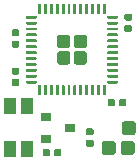
<source format=gbp>
G04 #@! TF.GenerationSoftware,KiCad,Pcbnew,5.1.4+dfsg1-1*
G04 #@! TF.CreationDate,2019-11-18T19:04:25+01:00*
G04 #@! TF.ProjectId,USB-LED-Otter,5553422d-4c45-4442-9d4f-747465722e6b,rev?*
G04 #@! TF.SameCoordinates,Original*
G04 #@! TF.FileFunction,Paste,Bot*
G04 #@! TF.FilePolarity,Positive*
%FSLAX46Y46*%
G04 Gerber Fmt 4.6, Leading zero omitted, Abs format (unit mm)*
G04 Created by KiCad (PCBNEW 5.1.4+dfsg1-1) date 2019-11-18 19:04:25*
%MOMM*%
%LPD*%
G04 APERTURE LIST*
%ADD10C,0.100000*%
%ADD11C,0.250000*%
%ADD12C,1.130000*%
%ADD13C,1.200000*%
%ADD14R,1.050000X1.400000*%
%ADD15C,0.590000*%
%ADD16R,0.900000X0.800000*%
G04 APERTURE END LIST*
D10*
G36*
X53408626Y-58600301D02*
G01*
X53414693Y-58601201D01*
X53420643Y-58602691D01*
X53426418Y-58604758D01*
X53431962Y-58607380D01*
X53437223Y-58610533D01*
X53442150Y-58614187D01*
X53446694Y-58618306D01*
X53450813Y-58622850D01*
X53454467Y-58627777D01*
X53457620Y-58633038D01*
X53460242Y-58638582D01*
X53462309Y-58644357D01*
X53463799Y-58650307D01*
X53464699Y-58656374D01*
X53465000Y-58662500D01*
X53465000Y-59412500D01*
X53464699Y-59418626D01*
X53463799Y-59424693D01*
X53462309Y-59430643D01*
X53460242Y-59436418D01*
X53457620Y-59441962D01*
X53454467Y-59447223D01*
X53450813Y-59452150D01*
X53446694Y-59456694D01*
X53442150Y-59460813D01*
X53437223Y-59464467D01*
X53431962Y-59467620D01*
X53426418Y-59470242D01*
X53420643Y-59472309D01*
X53414693Y-59473799D01*
X53408626Y-59474699D01*
X53402500Y-59475000D01*
X53277500Y-59475000D01*
X53271374Y-59474699D01*
X53265307Y-59473799D01*
X53259357Y-59472309D01*
X53253582Y-59470242D01*
X53248038Y-59467620D01*
X53242777Y-59464467D01*
X53237850Y-59460813D01*
X53233306Y-59456694D01*
X53229187Y-59452150D01*
X53225533Y-59447223D01*
X53222380Y-59441962D01*
X53219758Y-59436418D01*
X53217691Y-59430643D01*
X53216201Y-59424693D01*
X53215301Y-59418626D01*
X53215000Y-59412500D01*
X53215000Y-58662500D01*
X53215301Y-58656374D01*
X53216201Y-58650307D01*
X53217691Y-58644357D01*
X53219758Y-58638582D01*
X53222380Y-58633038D01*
X53225533Y-58627777D01*
X53229187Y-58622850D01*
X53233306Y-58618306D01*
X53237850Y-58614187D01*
X53242777Y-58610533D01*
X53248038Y-58607380D01*
X53253582Y-58604758D01*
X53259357Y-58602691D01*
X53265307Y-58601201D01*
X53271374Y-58600301D01*
X53277500Y-58600000D01*
X53402500Y-58600000D01*
X53408626Y-58600301D01*
X53408626Y-58600301D01*
G37*
D11*
X53340000Y-59037500D03*
D10*
G36*
X53908626Y-58600301D02*
G01*
X53914693Y-58601201D01*
X53920643Y-58602691D01*
X53926418Y-58604758D01*
X53931962Y-58607380D01*
X53937223Y-58610533D01*
X53942150Y-58614187D01*
X53946694Y-58618306D01*
X53950813Y-58622850D01*
X53954467Y-58627777D01*
X53957620Y-58633038D01*
X53960242Y-58638582D01*
X53962309Y-58644357D01*
X53963799Y-58650307D01*
X53964699Y-58656374D01*
X53965000Y-58662500D01*
X53965000Y-59412500D01*
X53964699Y-59418626D01*
X53963799Y-59424693D01*
X53962309Y-59430643D01*
X53960242Y-59436418D01*
X53957620Y-59441962D01*
X53954467Y-59447223D01*
X53950813Y-59452150D01*
X53946694Y-59456694D01*
X53942150Y-59460813D01*
X53937223Y-59464467D01*
X53931962Y-59467620D01*
X53926418Y-59470242D01*
X53920643Y-59472309D01*
X53914693Y-59473799D01*
X53908626Y-59474699D01*
X53902500Y-59475000D01*
X53777500Y-59475000D01*
X53771374Y-59474699D01*
X53765307Y-59473799D01*
X53759357Y-59472309D01*
X53753582Y-59470242D01*
X53748038Y-59467620D01*
X53742777Y-59464467D01*
X53737850Y-59460813D01*
X53733306Y-59456694D01*
X53729187Y-59452150D01*
X53725533Y-59447223D01*
X53722380Y-59441962D01*
X53719758Y-59436418D01*
X53717691Y-59430643D01*
X53716201Y-59424693D01*
X53715301Y-59418626D01*
X53715000Y-59412500D01*
X53715000Y-58662500D01*
X53715301Y-58656374D01*
X53716201Y-58650307D01*
X53717691Y-58644357D01*
X53719758Y-58638582D01*
X53722380Y-58633038D01*
X53725533Y-58627777D01*
X53729187Y-58622850D01*
X53733306Y-58618306D01*
X53737850Y-58614187D01*
X53742777Y-58610533D01*
X53748038Y-58607380D01*
X53753582Y-58604758D01*
X53759357Y-58602691D01*
X53765307Y-58601201D01*
X53771374Y-58600301D01*
X53777500Y-58600000D01*
X53902500Y-58600000D01*
X53908626Y-58600301D01*
X53908626Y-58600301D01*
G37*
D11*
X53840000Y-59037500D03*
D10*
G36*
X54408626Y-58600301D02*
G01*
X54414693Y-58601201D01*
X54420643Y-58602691D01*
X54426418Y-58604758D01*
X54431962Y-58607380D01*
X54437223Y-58610533D01*
X54442150Y-58614187D01*
X54446694Y-58618306D01*
X54450813Y-58622850D01*
X54454467Y-58627777D01*
X54457620Y-58633038D01*
X54460242Y-58638582D01*
X54462309Y-58644357D01*
X54463799Y-58650307D01*
X54464699Y-58656374D01*
X54465000Y-58662500D01*
X54465000Y-59412500D01*
X54464699Y-59418626D01*
X54463799Y-59424693D01*
X54462309Y-59430643D01*
X54460242Y-59436418D01*
X54457620Y-59441962D01*
X54454467Y-59447223D01*
X54450813Y-59452150D01*
X54446694Y-59456694D01*
X54442150Y-59460813D01*
X54437223Y-59464467D01*
X54431962Y-59467620D01*
X54426418Y-59470242D01*
X54420643Y-59472309D01*
X54414693Y-59473799D01*
X54408626Y-59474699D01*
X54402500Y-59475000D01*
X54277500Y-59475000D01*
X54271374Y-59474699D01*
X54265307Y-59473799D01*
X54259357Y-59472309D01*
X54253582Y-59470242D01*
X54248038Y-59467620D01*
X54242777Y-59464467D01*
X54237850Y-59460813D01*
X54233306Y-59456694D01*
X54229187Y-59452150D01*
X54225533Y-59447223D01*
X54222380Y-59441962D01*
X54219758Y-59436418D01*
X54217691Y-59430643D01*
X54216201Y-59424693D01*
X54215301Y-59418626D01*
X54215000Y-59412500D01*
X54215000Y-58662500D01*
X54215301Y-58656374D01*
X54216201Y-58650307D01*
X54217691Y-58644357D01*
X54219758Y-58638582D01*
X54222380Y-58633038D01*
X54225533Y-58627777D01*
X54229187Y-58622850D01*
X54233306Y-58618306D01*
X54237850Y-58614187D01*
X54242777Y-58610533D01*
X54248038Y-58607380D01*
X54253582Y-58604758D01*
X54259357Y-58602691D01*
X54265307Y-58601201D01*
X54271374Y-58600301D01*
X54277500Y-58600000D01*
X54402500Y-58600000D01*
X54408626Y-58600301D01*
X54408626Y-58600301D01*
G37*
D11*
X54340000Y-59037500D03*
D10*
G36*
X54908626Y-58600301D02*
G01*
X54914693Y-58601201D01*
X54920643Y-58602691D01*
X54926418Y-58604758D01*
X54931962Y-58607380D01*
X54937223Y-58610533D01*
X54942150Y-58614187D01*
X54946694Y-58618306D01*
X54950813Y-58622850D01*
X54954467Y-58627777D01*
X54957620Y-58633038D01*
X54960242Y-58638582D01*
X54962309Y-58644357D01*
X54963799Y-58650307D01*
X54964699Y-58656374D01*
X54965000Y-58662500D01*
X54965000Y-59412500D01*
X54964699Y-59418626D01*
X54963799Y-59424693D01*
X54962309Y-59430643D01*
X54960242Y-59436418D01*
X54957620Y-59441962D01*
X54954467Y-59447223D01*
X54950813Y-59452150D01*
X54946694Y-59456694D01*
X54942150Y-59460813D01*
X54937223Y-59464467D01*
X54931962Y-59467620D01*
X54926418Y-59470242D01*
X54920643Y-59472309D01*
X54914693Y-59473799D01*
X54908626Y-59474699D01*
X54902500Y-59475000D01*
X54777500Y-59475000D01*
X54771374Y-59474699D01*
X54765307Y-59473799D01*
X54759357Y-59472309D01*
X54753582Y-59470242D01*
X54748038Y-59467620D01*
X54742777Y-59464467D01*
X54737850Y-59460813D01*
X54733306Y-59456694D01*
X54729187Y-59452150D01*
X54725533Y-59447223D01*
X54722380Y-59441962D01*
X54719758Y-59436418D01*
X54717691Y-59430643D01*
X54716201Y-59424693D01*
X54715301Y-59418626D01*
X54715000Y-59412500D01*
X54715000Y-58662500D01*
X54715301Y-58656374D01*
X54716201Y-58650307D01*
X54717691Y-58644357D01*
X54719758Y-58638582D01*
X54722380Y-58633038D01*
X54725533Y-58627777D01*
X54729187Y-58622850D01*
X54733306Y-58618306D01*
X54737850Y-58614187D01*
X54742777Y-58610533D01*
X54748038Y-58607380D01*
X54753582Y-58604758D01*
X54759357Y-58602691D01*
X54765307Y-58601201D01*
X54771374Y-58600301D01*
X54777500Y-58600000D01*
X54902500Y-58600000D01*
X54908626Y-58600301D01*
X54908626Y-58600301D01*
G37*
D11*
X54840000Y-59037500D03*
D10*
G36*
X55408626Y-58600301D02*
G01*
X55414693Y-58601201D01*
X55420643Y-58602691D01*
X55426418Y-58604758D01*
X55431962Y-58607380D01*
X55437223Y-58610533D01*
X55442150Y-58614187D01*
X55446694Y-58618306D01*
X55450813Y-58622850D01*
X55454467Y-58627777D01*
X55457620Y-58633038D01*
X55460242Y-58638582D01*
X55462309Y-58644357D01*
X55463799Y-58650307D01*
X55464699Y-58656374D01*
X55465000Y-58662500D01*
X55465000Y-59412500D01*
X55464699Y-59418626D01*
X55463799Y-59424693D01*
X55462309Y-59430643D01*
X55460242Y-59436418D01*
X55457620Y-59441962D01*
X55454467Y-59447223D01*
X55450813Y-59452150D01*
X55446694Y-59456694D01*
X55442150Y-59460813D01*
X55437223Y-59464467D01*
X55431962Y-59467620D01*
X55426418Y-59470242D01*
X55420643Y-59472309D01*
X55414693Y-59473799D01*
X55408626Y-59474699D01*
X55402500Y-59475000D01*
X55277500Y-59475000D01*
X55271374Y-59474699D01*
X55265307Y-59473799D01*
X55259357Y-59472309D01*
X55253582Y-59470242D01*
X55248038Y-59467620D01*
X55242777Y-59464467D01*
X55237850Y-59460813D01*
X55233306Y-59456694D01*
X55229187Y-59452150D01*
X55225533Y-59447223D01*
X55222380Y-59441962D01*
X55219758Y-59436418D01*
X55217691Y-59430643D01*
X55216201Y-59424693D01*
X55215301Y-59418626D01*
X55215000Y-59412500D01*
X55215000Y-58662500D01*
X55215301Y-58656374D01*
X55216201Y-58650307D01*
X55217691Y-58644357D01*
X55219758Y-58638582D01*
X55222380Y-58633038D01*
X55225533Y-58627777D01*
X55229187Y-58622850D01*
X55233306Y-58618306D01*
X55237850Y-58614187D01*
X55242777Y-58610533D01*
X55248038Y-58607380D01*
X55253582Y-58604758D01*
X55259357Y-58602691D01*
X55265307Y-58601201D01*
X55271374Y-58600301D01*
X55277500Y-58600000D01*
X55402500Y-58600000D01*
X55408626Y-58600301D01*
X55408626Y-58600301D01*
G37*
D11*
X55340000Y-59037500D03*
D10*
G36*
X55908626Y-58600301D02*
G01*
X55914693Y-58601201D01*
X55920643Y-58602691D01*
X55926418Y-58604758D01*
X55931962Y-58607380D01*
X55937223Y-58610533D01*
X55942150Y-58614187D01*
X55946694Y-58618306D01*
X55950813Y-58622850D01*
X55954467Y-58627777D01*
X55957620Y-58633038D01*
X55960242Y-58638582D01*
X55962309Y-58644357D01*
X55963799Y-58650307D01*
X55964699Y-58656374D01*
X55965000Y-58662500D01*
X55965000Y-59412500D01*
X55964699Y-59418626D01*
X55963799Y-59424693D01*
X55962309Y-59430643D01*
X55960242Y-59436418D01*
X55957620Y-59441962D01*
X55954467Y-59447223D01*
X55950813Y-59452150D01*
X55946694Y-59456694D01*
X55942150Y-59460813D01*
X55937223Y-59464467D01*
X55931962Y-59467620D01*
X55926418Y-59470242D01*
X55920643Y-59472309D01*
X55914693Y-59473799D01*
X55908626Y-59474699D01*
X55902500Y-59475000D01*
X55777500Y-59475000D01*
X55771374Y-59474699D01*
X55765307Y-59473799D01*
X55759357Y-59472309D01*
X55753582Y-59470242D01*
X55748038Y-59467620D01*
X55742777Y-59464467D01*
X55737850Y-59460813D01*
X55733306Y-59456694D01*
X55729187Y-59452150D01*
X55725533Y-59447223D01*
X55722380Y-59441962D01*
X55719758Y-59436418D01*
X55717691Y-59430643D01*
X55716201Y-59424693D01*
X55715301Y-59418626D01*
X55715000Y-59412500D01*
X55715000Y-58662500D01*
X55715301Y-58656374D01*
X55716201Y-58650307D01*
X55717691Y-58644357D01*
X55719758Y-58638582D01*
X55722380Y-58633038D01*
X55725533Y-58627777D01*
X55729187Y-58622850D01*
X55733306Y-58618306D01*
X55737850Y-58614187D01*
X55742777Y-58610533D01*
X55748038Y-58607380D01*
X55753582Y-58604758D01*
X55759357Y-58602691D01*
X55765307Y-58601201D01*
X55771374Y-58600301D01*
X55777500Y-58600000D01*
X55902500Y-58600000D01*
X55908626Y-58600301D01*
X55908626Y-58600301D01*
G37*
D11*
X55840000Y-59037500D03*
D10*
G36*
X56408626Y-58600301D02*
G01*
X56414693Y-58601201D01*
X56420643Y-58602691D01*
X56426418Y-58604758D01*
X56431962Y-58607380D01*
X56437223Y-58610533D01*
X56442150Y-58614187D01*
X56446694Y-58618306D01*
X56450813Y-58622850D01*
X56454467Y-58627777D01*
X56457620Y-58633038D01*
X56460242Y-58638582D01*
X56462309Y-58644357D01*
X56463799Y-58650307D01*
X56464699Y-58656374D01*
X56465000Y-58662500D01*
X56465000Y-59412500D01*
X56464699Y-59418626D01*
X56463799Y-59424693D01*
X56462309Y-59430643D01*
X56460242Y-59436418D01*
X56457620Y-59441962D01*
X56454467Y-59447223D01*
X56450813Y-59452150D01*
X56446694Y-59456694D01*
X56442150Y-59460813D01*
X56437223Y-59464467D01*
X56431962Y-59467620D01*
X56426418Y-59470242D01*
X56420643Y-59472309D01*
X56414693Y-59473799D01*
X56408626Y-59474699D01*
X56402500Y-59475000D01*
X56277500Y-59475000D01*
X56271374Y-59474699D01*
X56265307Y-59473799D01*
X56259357Y-59472309D01*
X56253582Y-59470242D01*
X56248038Y-59467620D01*
X56242777Y-59464467D01*
X56237850Y-59460813D01*
X56233306Y-59456694D01*
X56229187Y-59452150D01*
X56225533Y-59447223D01*
X56222380Y-59441962D01*
X56219758Y-59436418D01*
X56217691Y-59430643D01*
X56216201Y-59424693D01*
X56215301Y-59418626D01*
X56215000Y-59412500D01*
X56215000Y-58662500D01*
X56215301Y-58656374D01*
X56216201Y-58650307D01*
X56217691Y-58644357D01*
X56219758Y-58638582D01*
X56222380Y-58633038D01*
X56225533Y-58627777D01*
X56229187Y-58622850D01*
X56233306Y-58618306D01*
X56237850Y-58614187D01*
X56242777Y-58610533D01*
X56248038Y-58607380D01*
X56253582Y-58604758D01*
X56259357Y-58602691D01*
X56265307Y-58601201D01*
X56271374Y-58600301D01*
X56277500Y-58600000D01*
X56402500Y-58600000D01*
X56408626Y-58600301D01*
X56408626Y-58600301D01*
G37*
D11*
X56340000Y-59037500D03*
D10*
G36*
X56908626Y-58600301D02*
G01*
X56914693Y-58601201D01*
X56920643Y-58602691D01*
X56926418Y-58604758D01*
X56931962Y-58607380D01*
X56937223Y-58610533D01*
X56942150Y-58614187D01*
X56946694Y-58618306D01*
X56950813Y-58622850D01*
X56954467Y-58627777D01*
X56957620Y-58633038D01*
X56960242Y-58638582D01*
X56962309Y-58644357D01*
X56963799Y-58650307D01*
X56964699Y-58656374D01*
X56965000Y-58662500D01*
X56965000Y-59412500D01*
X56964699Y-59418626D01*
X56963799Y-59424693D01*
X56962309Y-59430643D01*
X56960242Y-59436418D01*
X56957620Y-59441962D01*
X56954467Y-59447223D01*
X56950813Y-59452150D01*
X56946694Y-59456694D01*
X56942150Y-59460813D01*
X56937223Y-59464467D01*
X56931962Y-59467620D01*
X56926418Y-59470242D01*
X56920643Y-59472309D01*
X56914693Y-59473799D01*
X56908626Y-59474699D01*
X56902500Y-59475000D01*
X56777500Y-59475000D01*
X56771374Y-59474699D01*
X56765307Y-59473799D01*
X56759357Y-59472309D01*
X56753582Y-59470242D01*
X56748038Y-59467620D01*
X56742777Y-59464467D01*
X56737850Y-59460813D01*
X56733306Y-59456694D01*
X56729187Y-59452150D01*
X56725533Y-59447223D01*
X56722380Y-59441962D01*
X56719758Y-59436418D01*
X56717691Y-59430643D01*
X56716201Y-59424693D01*
X56715301Y-59418626D01*
X56715000Y-59412500D01*
X56715000Y-58662500D01*
X56715301Y-58656374D01*
X56716201Y-58650307D01*
X56717691Y-58644357D01*
X56719758Y-58638582D01*
X56722380Y-58633038D01*
X56725533Y-58627777D01*
X56729187Y-58622850D01*
X56733306Y-58618306D01*
X56737850Y-58614187D01*
X56742777Y-58610533D01*
X56748038Y-58607380D01*
X56753582Y-58604758D01*
X56759357Y-58602691D01*
X56765307Y-58601201D01*
X56771374Y-58600301D01*
X56777500Y-58600000D01*
X56902500Y-58600000D01*
X56908626Y-58600301D01*
X56908626Y-58600301D01*
G37*
D11*
X56840000Y-59037500D03*
D10*
G36*
X57408626Y-58600301D02*
G01*
X57414693Y-58601201D01*
X57420643Y-58602691D01*
X57426418Y-58604758D01*
X57431962Y-58607380D01*
X57437223Y-58610533D01*
X57442150Y-58614187D01*
X57446694Y-58618306D01*
X57450813Y-58622850D01*
X57454467Y-58627777D01*
X57457620Y-58633038D01*
X57460242Y-58638582D01*
X57462309Y-58644357D01*
X57463799Y-58650307D01*
X57464699Y-58656374D01*
X57465000Y-58662500D01*
X57465000Y-59412500D01*
X57464699Y-59418626D01*
X57463799Y-59424693D01*
X57462309Y-59430643D01*
X57460242Y-59436418D01*
X57457620Y-59441962D01*
X57454467Y-59447223D01*
X57450813Y-59452150D01*
X57446694Y-59456694D01*
X57442150Y-59460813D01*
X57437223Y-59464467D01*
X57431962Y-59467620D01*
X57426418Y-59470242D01*
X57420643Y-59472309D01*
X57414693Y-59473799D01*
X57408626Y-59474699D01*
X57402500Y-59475000D01*
X57277500Y-59475000D01*
X57271374Y-59474699D01*
X57265307Y-59473799D01*
X57259357Y-59472309D01*
X57253582Y-59470242D01*
X57248038Y-59467620D01*
X57242777Y-59464467D01*
X57237850Y-59460813D01*
X57233306Y-59456694D01*
X57229187Y-59452150D01*
X57225533Y-59447223D01*
X57222380Y-59441962D01*
X57219758Y-59436418D01*
X57217691Y-59430643D01*
X57216201Y-59424693D01*
X57215301Y-59418626D01*
X57215000Y-59412500D01*
X57215000Y-58662500D01*
X57215301Y-58656374D01*
X57216201Y-58650307D01*
X57217691Y-58644357D01*
X57219758Y-58638582D01*
X57222380Y-58633038D01*
X57225533Y-58627777D01*
X57229187Y-58622850D01*
X57233306Y-58618306D01*
X57237850Y-58614187D01*
X57242777Y-58610533D01*
X57248038Y-58607380D01*
X57253582Y-58604758D01*
X57259357Y-58602691D01*
X57265307Y-58601201D01*
X57271374Y-58600301D01*
X57277500Y-58600000D01*
X57402500Y-58600000D01*
X57408626Y-58600301D01*
X57408626Y-58600301D01*
G37*
D11*
X57340000Y-59037500D03*
D10*
G36*
X57908626Y-58600301D02*
G01*
X57914693Y-58601201D01*
X57920643Y-58602691D01*
X57926418Y-58604758D01*
X57931962Y-58607380D01*
X57937223Y-58610533D01*
X57942150Y-58614187D01*
X57946694Y-58618306D01*
X57950813Y-58622850D01*
X57954467Y-58627777D01*
X57957620Y-58633038D01*
X57960242Y-58638582D01*
X57962309Y-58644357D01*
X57963799Y-58650307D01*
X57964699Y-58656374D01*
X57965000Y-58662500D01*
X57965000Y-59412500D01*
X57964699Y-59418626D01*
X57963799Y-59424693D01*
X57962309Y-59430643D01*
X57960242Y-59436418D01*
X57957620Y-59441962D01*
X57954467Y-59447223D01*
X57950813Y-59452150D01*
X57946694Y-59456694D01*
X57942150Y-59460813D01*
X57937223Y-59464467D01*
X57931962Y-59467620D01*
X57926418Y-59470242D01*
X57920643Y-59472309D01*
X57914693Y-59473799D01*
X57908626Y-59474699D01*
X57902500Y-59475000D01*
X57777500Y-59475000D01*
X57771374Y-59474699D01*
X57765307Y-59473799D01*
X57759357Y-59472309D01*
X57753582Y-59470242D01*
X57748038Y-59467620D01*
X57742777Y-59464467D01*
X57737850Y-59460813D01*
X57733306Y-59456694D01*
X57729187Y-59452150D01*
X57725533Y-59447223D01*
X57722380Y-59441962D01*
X57719758Y-59436418D01*
X57717691Y-59430643D01*
X57716201Y-59424693D01*
X57715301Y-59418626D01*
X57715000Y-59412500D01*
X57715000Y-58662500D01*
X57715301Y-58656374D01*
X57716201Y-58650307D01*
X57717691Y-58644357D01*
X57719758Y-58638582D01*
X57722380Y-58633038D01*
X57725533Y-58627777D01*
X57729187Y-58622850D01*
X57733306Y-58618306D01*
X57737850Y-58614187D01*
X57742777Y-58610533D01*
X57748038Y-58607380D01*
X57753582Y-58604758D01*
X57759357Y-58602691D01*
X57765307Y-58601201D01*
X57771374Y-58600301D01*
X57777500Y-58600000D01*
X57902500Y-58600000D01*
X57908626Y-58600301D01*
X57908626Y-58600301D01*
G37*
D11*
X57840000Y-59037500D03*
D10*
G36*
X58408626Y-58600301D02*
G01*
X58414693Y-58601201D01*
X58420643Y-58602691D01*
X58426418Y-58604758D01*
X58431962Y-58607380D01*
X58437223Y-58610533D01*
X58442150Y-58614187D01*
X58446694Y-58618306D01*
X58450813Y-58622850D01*
X58454467Y-58627777D01*
X58457620Y-58633038D01*
X58460242Y-58638582D01*
X58462309Y-58644357D01*
X58463799Y-58650307D01*
X58464699Y-58656374D01*
X58465000Y-58662500D01*
X58465000Y-59412500D01*
X58464699Y-59418626D01*
X58463799Y-59424693D01*
X58462309Y-59430643D01*
X58460242Y-59436418D01*
X58457620Y-59441962D01*
X58454467Y-59447223D01*
X58450813Y-59452150D01*
X58446694Y-59456694D01*
X58442150Y-59460813D01*
X58437223Y-59464467D01*
X58431962Y-59467620D01*
X58426418Y-59470242D01*
X58420643Y-59472309D01*
X58414693Y-59473799D01*
X58408626Y-59474699D01*
X58402500Y-59475000D01*
X58277500Y-59475000D01*
X58271374Y-59474699D01*
X58265307Y-59473799D01*
X58259357Y-59472309D01*
X58253582Y-59470242D01*
X58248038Y-59467620D01*
X58242777Y-59464467D01*
X58237850Y-59460813D01*
X58233306Y-59456694D01*
X58229187Y-59452150D01*
X58225533Y-59447223D01*
X58222380Y-59441962D01*
X58219758Y-59436418D01*
X58217691Y-59430643D01*
X58216201Y-59424693D01*
X58215301Y-59418626D01*
X58215000Y-59412500D01*
X58215000Y-58662500D01*
X58215301Y-58656374D01*
X58216201Y-58650307D01*
X58217691Y-58644357D01*
X58219758Y-58638582D01*
X58222380Y-58633038D01*
X58225533Y-58627777D01*
X58229187Y-58622850D01*
X58233306Y-58618306D01*
X58237850Y-58614187D01*
X58242777Y-58610533D01*
X58248038Y-58607380D01*
X58253582Y-58604758D01*
X58259357Y-58602691D01*
X58265307Y-58601201D01*
X58271374Y-58600301D01*
X58277500Y-58600000D01*
X58402500Y-58600000D01*
X58408626Y-58600301D01*
X58408626Y-58600301D01*
G37*
D11*
X58340000Y-59037500D03*
D10*
G36*
X58908626Y-58600301D02*
G01*
X58914693Y-58601201D01*
X58920643Y-58602691D01*
X58926418Y-58604758D01*
X58931962Y-58607380D01*
X58937223Y-58610533D01*
X58942150Y-58614187D01*
X58946694Y-58618306D01*
X58950813Y-58622850D01*
X58954467Y-58627777D01*
X58957620Y-58633038D01*
X58960242Y-58638582D01*
X58962309Y-58644357D01*
X58963799Y-58650307D01*
X58964699Y-58656374D01*
X58965000Y-58662500D01*
X58965000Y-59412500D01*
X58964699Y-59418626D01*
X58963799Y-59424693D01*
X58962309Y-59430643D01*
X58960242Y-59436418D01*
X58957620Y-59441962D01*
X58954467Y-59447223D01*
X58950813Y-59452150D01*
X58946694Y-59456694D01*
X58942150Y-59460813D01*
X58937223Y-59464467D01*
X58931962Y-59467620D01*
X58926418Y-59470242D01*
X58920643Y-59472309D01*
X58914693Y-59473799D01*
X58908626Y-59474699D01*
X58902500Y-59475000D01*
X58777500Y-59475000D01*
X58771374Y-59474699D01*
X58765307Y-59473799D01*
X58759357Y-59472309D01*
X58753582Y-59470242D01*
X58748038Y-59467620D01*
X58742777Y-59464467D01*
X58737850Y-59460813D01*
X58733306Y-59456694D01*
X58729187Y-59452150D01*
X58725533Y-59447223D01*
X58722380Y-59441962D01*
X58719758Y-59436418D01*
X58717691Y-59430643D01*
X58716201Y-59424693D01*
X58715301Y-59418626D01*
X58715000Y-59412500D01*
X58715000Y-58662500D01*
X58715301Y-58656374D01*
X58716201Y-58650307D01*
X58717691Y-58644357D01*
X58719758Y-58638582D01*
X58722380Y-58633038D01*
X58725533Y-58627777D01*
X58729187Y-58622850D01*
X58733306Y-58618306D01*
X58737850Y-58614187D01*
X58742777Y-58610533D01*
X58748038Y-58607380D01*
X58753582Y-58604758D01*
X58759357Y-58602691D01*
X58765307Y-58601201D01*
X58771374Y-58600301D01*
X58777500Y-58600000D01*
X58902500Y-58600000D01*
X58908626Y-58600301D01*
X58908626Y-58600301D01*
G37*
D11*
X58840000Y-59037500D03*
D10*
G36*
X59908626Y-58225301D02*
G01*
X59914693Y-58226201D01*
X59920643Y-58227691D01*
X59926418Y-58229758D01*
X59931962Y-58232380D01*
X59937223Y-58235533D01*
X59942150Y-58239187D01*
X59946694Y-58243306D01*
X59950813Y-58247850D01*
X59954467Y-58252777D01*
X59957620Y-58258038D01*
X59960242Y-58263582D01*
X59962309Y-58269357D01*
X59963799Y-58275307D01*
X59964699Y-58281374D01*
X59965000Y-58287500D01*
X59965000Y-58412500D01*
X59964699Y-58418626D01*
X59963799Y-58424693D01*
X59962309Y-58430643D01*
X59960242Y-58436418D01*
X59957620Y-58441962D01*
X59954467Y-58447223D01*
X59950813Y-58452150D01*
X59946694Y-58456694D01*
X59942150Y-58460813D01*
X59937223Y-58464467D01*
X59931962Y-58467620D01*
X59926418Y-58470242D01*
X59920643Y-58472309D01*
X59914693Y-58473799D01*
X59908626Y-58474699D01*
X59902500Y-58475000D01*
X59152500Y-58475000D01*
X59146374Y-58474699D01*
X59140307Y-58473799D01*
X59134357Y-58472309D01*
X59128582Y-58470242D01*
X59123038Y-58467620D01*
X59117777Y-58464467D01*
X59112850Y-58460813D01*
X59108306Y-58456694D01*
X59104187Y-58452150D01*
X59100533Y-58447223D01*
X59097380Y-58441962D01*
X59094758Y-58436418D01*
X59092691Y-58430643D01*
X59091201Y-58424693D01*
X59090301Y-58418626D01*
X59090000Y-58412500D01*
X59090000Y-58287500D01*
X59090301Y-58281374D01*
X59091201Y-58275307D01*
X59092691Y-58269357D01*
X59094758Y-58263582D01*
X59097380Y-58258038D01*
X59100533Y-58252777D01*
X59104187Y-58247850D01*
X59108306Y-58243306D01*
X59112850Y-58239187D01*
X59117777Y-58235533D01*
X59123038Y-58232380D01*
X59128582Y-58229758D01*
X59134357Y-58227691D01*
X59140307Y-58226201D01*
X59146374Y-58225301D01*
X59152500Y-58225000D01*
X59902500Y-58225000D01*
X59908626Y-58225301D01*
X59908626Y-58225301D01*
G37*
D11*
X59527500Y-58350000D03*
D10*
G36*
X59908626Y-57725301D02*
G01*
X59914693Y-57726201D01*
X59920643Y-57727691D01*
X59926418Y-57729758D01*
X59931962Y-57732380D01*
X59937223Y-57735533D01*
X59942150Y-57739187D01*
X59946694Y-57743306D01*
X59950813Y-57747850D01*
X59954467Y-57752777D01*
X59957620Y-57758038D01*
X59960242Y-57763582D01*
X59962309Y-57769357D01*
X59963799Y-57775307D01*
X59964699Y-57781374D01*
X59965000Y-57787500D01*
X59965000Y-57912500D01*
X59964699Y-57918626D01*
X59963799Y-57924693D01*
X59962309Y-57930643D01*
X59960242Y-57936418D01*
X59957620Y-57941962D01*
X59954467Y-57947223D01*
X59950813Y-57952150D01*
X59946694Y-57956694D01*
X59942150Y-57960813D01*
X59937223Y-57964467D01*
X59931962Y-57967620D01*
X59926418Y-57970242D01*
X59920643Y-57972309D01*
X59914693Y-57973799D01*
X59908626Y-57974699D01*
X59902500Y-57975000D01*
X59152500Y-57975000D01*
X59146374Y-57974699D01*
X59140307Y-57973799D01*
X59134357Y-57972309D01*
X59128582Y-57970242D01*
X59123038Y-57967620D01*
X59117777Y-57964467D01*
X59112850Y-57960813D01*
X59108306Y-57956694D01*
X59104187Y-57952150D01*
X59100533Y-57947223D01*
X59097380Y-57941962D01*
X59094758Y-57936418D01*
X59092691Y-57930643D01*
X59091201Y-57924693D01*
X59090301Y-57918626D01*
X59090000Y-57912500D01*
X59090000Y-57787500D01*
X59090301Y-57781374D01*
X59091201Y-57775307D01*
X59092691Y-57769357D01*
X59094758Y-57763582D01*
X59097380Y-57758038D01*
X59100533Y-57752777D01*
X59104187Y-57747850D01*
X59108306Y-57743306D01*
X59112850Y-57739187D01*
X59117777Y-57735533D01*
X59123038Y-57732380D01*
X59128582Y-57729758D01*
X59134357Y-57727691D01*
X59140307Y-57726201D01*
X59146374Y-57725301D01*
X59152500Y-57725000D01*
X59902500Y-57725000D01*
X59908626Y-57725301D01*
X59908626Y-57725301D01*
G37*
D11*
X59527500Y-57850000D03*
D10*
G36*
X59908626Y-57225301D02*
G01*
X59914693Y-57226201D01*
X59920643Y-57227691D01*
X59926418Y-57229758D01*
X59931962Y-57232380D01*
X59937223Y-57235533D01*
X59942150Y-57239187D01*
X59946694Y-57243306D01*
X59950813Y-57247850D01*
X59954467Y-57252777D01*
X59957620Y-57258038D01*
X59960242Y-57263582D01*
X59962309Y-57269357D01*
X59963799Y-57275307D01*
X59964699Y-57281374D01*
X59965000Y-57287500D01*
X59965000Y-57412500D01*
X59964699Y-57418626D01*
X59963799Y-57424693D01*
X59962309Y-57430643D01*
X59960242Y-57436418D01*
X59957620Y-57441962D01*
X59954467Y-57447223D01*
X59950813Y-57452150D01*
X59946694Y-57456694D01*
X59942150Y-57460813D01*
X59937223Y-57464467D01*
X59931962Y-57467620D01*
X59926418Y-57470242D01*
X59920643Y-57472309D01*
X59914693Y-57473799D01*
X59908626Y-57474699D01*
X59902500Y-57475000D01*
X59152500Y-57475000D01*
X59146374Y-57474699D01*
X59140307Y-57473799D01*
X59134357Y-57472309D01*
X59128582Y-57470242D01*
X59123038Y-57467620D01*
X59117777Y-57464467D01*
X59112850Y-57460813D01*
X59108306Y-57456694D01*
X59104187Y-57452150D01*
X59100533Y-57447223D01*
X59097380Y-57441962D01*
X59094758Y-57436418D01*
X59092691Y-57430643D01*
X59091201Y-57424693D01*
X59090301Y-57418626D01*
X59090000Y-57412500D01*
X59090000Y-57287500D01*
X59090301Y-57281374D01*
X59091201Y-57275307D01*
X59092691Y-57269357D01*
X59094758Y-57263582D01*
X59097380Y-57258038D01*
X59100533Y-57252777D01*
X59104187Y-57247850D01*
X59108306Y-57243306D01*
X59112850Y-57239187D01*
X59117777Y-57235533D01*
X59123038Y-57232380D01*
X59128582Y-57229758D01*
X59134357Y-57227691D01*
X59140307Y-57226201D01*
X59146374Y-57225301D01*
X59152500Y-57225000D01*
X59902500Y-57225000D01*
X59908626Y-57225301D01*
X59908626Y-57225301D01*
G37*
D11*
X59527500Y-57350000D03*
D10*
G36*
X59908626Y-56725301D02*
G01*
X59914693Y-56726201D01*
X59920643Y-56727691D01*
X59926418Y-56729758D01*
X59931962Y-56732380D01*
X59937223Y-56735533D01*
X59942150Y-56739187D01*
X59946694Y-56743306D01*
X59950813Y-56747850D01*
X59954467Y-56752777D01*
X59957620Y-56758038D01*
X59960242Y-56763582D01*
X59962309Y-56769357D01*
X59963799Y-56775307D01*
X59964699Y-56781374D01*
X59965000Y-56787500D01*
X59965000Y-56912500D01*
X59964699Y-56918626D01*
X59963799Y-56924693D01*
X59962309Y-56930643D01*
X59960242Y-56936418D01*
X59957620Y-56941962D01*
X59954467Y-56947223D01*
X59950813Y-56952150D01*
X59946694Y-56956694D01*
X59942150Y-56960813D01*
X59937223Y-56964467D01*
X59931962Y-56967620D01*
X59926418Y-56970242D01*
X59920643Y-56972309D01*
X59914693Y-56973799D01*
X59908626Y-56974699D01*
X59902500Y-56975000D01*
X59152500Y-56975000D01*
X59146374Y-56974699D01*
X59140307Y-56973799D01*
X59134357Y-56972309D01*
X59128582Y-56970242D01*
X59123038Y-56967620D01*
X59117777Y-56964467D01*
X59112850Y-56960813D01*
X59108306Y-56956694D01*
X59104187Y-56952150D01*
X59100533Y-56947223D01*
X59097380Y-56941962D01*
X59094758Y-56936418D01*
X59092691Y-56930643D01*
X59091201Y-56924693D01*
X59090301Y-56918626D01*
X59090000Y-56912500D01*
X59090000Y-56787500D01*
X59090301Y-56781374D01*
X59091201Y-56775307D01*
X59092691Y-56769357D01*
X59094758Y-56763582D01*
X59097380Y-56758038D01*
X59100533Y-56752777D01*
X59104187Y-56747850D01*
X59108306Y-56743306D01*
X59112850Y-56739187D01*
X59117777Y-56735533D01*
X59123038Y-56732380D01*
X59128582Y-56729758D01*
X59134357Y-56727691D01*
X59140307Y-56726201D01*
X59146374Y-56725301D01*
X59152500Y-56725000D01*
X59902500Y-56725000D01*
X59908626Y-56725301D01*
X59908626Y-56725301D01*
G37*
D11*
X59527500Y-56850000D03*
D10*
G36*
X59908626Y-56225301D02*
G01*
X59914693Y-56226201D01*
X59920643Y-56227691D01*
X59926418Y-56229758D01*
X59931962Y-56232380D01*
X59937223Y-56235533D01*
X59942150Y-56239187D01*
X59946694Y-56243306D01*
X59950813Y-56247850D01*
X59954467Y-56252777D01*
X59957620Y-56258038D01*
X59960242Y-56263582D01*
X59962309Y-56269357D01*
X59963799Y-56275307D01*
X59964699Y-56281374D01*
X59965000Y-56287500D01*
X59965000Y-56412500D01*
X59964699Y-56418626D01*
X59963799Y-56424693D01*
X59962309Y-56430643D01*
X59960242Y-56436418D01*
X59957620Y-56441962D01*
X59954467Y-56447223D01*
X59950813Y-56452150D01*
X59946694Y-56456694D01*
X59942150Y-56460813D01*
X59937223Y-56464467D01*
X59931962Y-56467620D01*
X59926418Y-56470242D01*
X59920643Y-56472309D01*
X59914693Y-56473799D01*
X59908626Y-56474699D01*
X59902500Y-56475000D01*
X59152500Y-56475000D01*
X59146374Y-56474699D01*
X59140307Y-56473799D01*
X59134357Y-56472309D01*
X59128582Y-56470242D01*
X59123038Y-56467620D01*
X59117777Y-56464467D01*
X59112850Y-56460813D01*
X59108306Y-56456694D01*
X59104187Y-56452150D01*
X59100533Y-56447223D01*
X59097380Y-56441962D01*
X59094758Y-56436418D01*
X59092691Y-56430643D01*
X59091201Y-56424693D01*
X59090301Y-56418626D01*
X59090000Y-56412500D01*
X59090000Y-56287500D01*
X59090301Y-56281374D01*
X59091201Y-56275307D01*
X59092691Y-56269357D01*
X59094758Y-56263582D01*
X59097380Y-56258038D01*
X59100533Y-56252777D01*
X59104187Y-56247850D01*
X59108306Y-56243306D01*
X59112850Y-56239187D01*
X59117777Y-56235533D01*
X59123038Y-56232380D01*
X59128582Y-56229758D01*
X59134357Y-56227691D01*
X59140307Y-56226201D01*
X59146374Y-56225301D01*
X59152500Y-56225000D01*
X59902500Y-56225000D01*
X59908626Y-56225301D01*
X59908626Y-56225301D01*
G37*
D11*
X59527500Y-56350000D03*
D10*
G36*
X59908626Y-55725301D02*
G01*
X59914693Y-55726201D01*
X59920643Y-55727691D01*
X59926418Y-55729758D01*
X59931962Y-55732380D01*
X59937223Y-55735533D01*
X59942150Y-55739187D01*
X59946694Y-55743306D01*
X59950813Y-55747850D01*
X59954467Y-55752777D01*
X59957620Y-55758038D01*
X59960242Y-55763582D01*
X59962309Y-55769357D01*
X59963799Y-55775307D01*
X59964699Y-55781374D01*
X59965000Y-55787500D01*
X59965000Y-55912500D01*
X59964699Y-55918626D01*
X59963799Y-55924693D01*
X59962309Y-55930643D01*
X59960242Y-55936418D01*
X59957620Y-55941962D01*
X59954467Y-55947223D01*
X59950813Y-55952150D01*
X59946694Y-55956694D01*
X59942150Y-55960813D01*
X59937223Y-55964467D01*
X59931962Y-55967620D01*
X59926418Y-55970242D01*
X59920643Y-55972309D01*
X59914693Y-55973799D01*
X59908626Y-55974699D01*
X59902500Y-55975000D01*
X59152500Y-55975000D01*
X59146374Y-55974699D01*
X59140307Y-55973799D01*
X59134357Y-55972309D01*
X59128582Y-55970242D01*
X59123038Y-55967620D01*
X59117777Y-55964467D01*
X59112850Y-55960813D01*
X59108306Y-55956694D01*
X59104187Y-55952150D01*
X59100533Y-55947223D01*
X59097380Y-55941962D01*
X59094758Y-55936418D01*
X59092691Y-55930643D01*
X59091201Y-55924693D01*
X59090301Y-55918626D01*
X59090000Y-55912500D01*
X59090000Y-55787500D01*
X59090301Y-55781374D01*
X59091201Y-55775307D01*
X59092691Y-55769357D01*
X59094758Y-55763582D01*
X59097380Y-55758038D01*
X59100533Y-55752777D01*
X59104187Y-55747850D01*
X59108306Y-55743306D01*
X59112850Y-55739187D01*
X59117777Y-55735533D01*
X59123038Y-55732380D01*
X59128582Y-55729758D01*
X59134357Y-55727691D01*
X59140307Y-55726201D01*
X59146374Y-55725301D01*
X59152500Y-55725000D01*
X59902500Y-55725000D01*
X59908626Y-55725301D01*
X59908626Y-55725301D01*
G37*
D11*
X59527500Y-55850000D03*
D10*
G36*
X59908626Y-55225301D02*
G01*
X59914693Y-55226201D01*
X59920643Y-55227691D01*
X59926418Y-55229758D01*
X59931962Y-55232380D01*
X59937223Y-55235533D01*
X59942150Y-55239187D01*
X59946694Y-55243306D01*
X59950813Y-55247850D01*
X59954467Y-55252777D01*
X59957620Y-55258038D01*
X59960242Y-55263582D01*
X59962309Y-55269357D01*
X59963799Y-55275307D01*
X59964699Y-55281374D01*
X59965000Y-55287500D01*
X59965000Y-55412500D01*
X59964699Y-55418626D01*
X59963799Y-55424693D01*
X59962309Y-55430643D01*
X59960242Y-55436418D01*
X59957620Y-55441962D01*
X59954467Y-55447223D01*
X59950813Y-55452150D01*
X59946694Y-55456694D01*
X59942150Y-55460813D01*
X59937223Y-55464467D01*
X59931962Y-55467620D01*
X59926418Y-55470242D01*
X59920643Y-55472309D01*
X59914693Y-55473799D01*
X59908626Y-55474699D01*
X59902500Y-55475000D01*
X59152500Y-55475000D01*
X59146374Y-55474699D01*
X59140307Y-55473799D01*
X59134357Y-55472309D01*
X59128582Y-55470242D01*
X59123038Y-55467620D01*
X59117777Y-55464467D01*
X59112850Y-55460813D01*
X59108306Y-55456694D01*
X59104187Y-55452150D01*
X59100533Y-55447223D01*
X59097380Y-55441962D01*
X59094758Y-55436418D01*
X59092691Y-55430643D01*
X59091201Y-55424693D01*
X59090301Y-55418626D01*
X59090000Y-55412500D01*
X59090000Y-55287500D01*
X59090301Y-55281374D01*
X59091201Y-55275307D01*
X59092691Y-55269357D01*
X59094758Y-55263582D01*
X59097380Y-55258038D01*
X59100533Y-55252777D01*
X59104187Y-55247850D01*
X59108306Y-55243306D01*
X59112850Y-55239187D01*
X59117777Y-55235533D01*
X59123038Y-55232380D01*
X59128582Y-55229758D01*
X59134357Y-55227691D01*
X59140307Y-55226201D01*
X59146374Y-55225301D01*
X59152500Y-55225000D01*
X59902500Y-55225000D01*
X59908626Y-55225301D01*
X59908626Y-55225301D01*
G37*
D11*
X59527500Y-55350000D03*
D10*
G36*
X59908626Y-54725301D02*
G01*
X59914693Y-54726201D01*
X59920643Y-54727691D01*
X59926418Y-54729758D01*
X59931962Y-54732380D01*
X59937223Y-54735533D01*
X59942150Y-54739187D01*
X59946694Y-54743306D01*
X59950813Y-54747850D01*
X59954467Y-54752777D01*
X59957620Y-54758038D01*
X59960242Y-54763582D01*
X59962309Y-54769357D01*
X59963799Y-54775307D01*
X59964699Y-54781374D01*
X59965000Y-54787500D01*
X59965000Y-54912500D01*
X59964699Y-54918626D01*
X59963799Y-54924693D01*
X59962309Y-54930643D01*
X59960242Y-54936418D01*
X59957620Y-54941962D01*
X59954467Y-54947223D01*
X59950813Y-54952150D01*
X59946694Y-54956694D01*
X59942150Y-54960813D01*
X59937223Y-54964467D01*
X59931962Y-54967620D01*
X59926418Y-54970242D01*
X59920643Y-54972309D01*
X59914693Y-54973799D01*
X59908626Y-54974699D01*
X59902500Y-54975000D01*
X59152500Y-54975000D01*
X59146374Y-54974699D01*
X59140307Y-54973799D01*
X59134357Y-54972309D01*
X59128582Y-54970242D01*
X59123038Y-54967620D01*
X59117777Y-54964467D01*
X59112850Y-54960813D01*
X59108306Y-54956694D01*
X59104187Y-54952150D01*
X59100533Y-54947223D01*
X59097380Y-54941962D01*
X59094758Y-54936418D01*
X59092691Y-54930643D01*
X59091201Y-54924693D01*
X59090301Y-54918626D01*
X59090000Y-54912500D01*
X59090000Y-54787500D01*
X59090301Y-54781374D01*
X59091201Y-54775307D01*
X59092691Y-54769357D01*
X59094758Y-54763582D01*
X59097380Y-54758038D01*
X59100533Y-54752777D01*
X59104187Y-54747850D01*
X59108306Y-54743306D01*
X59112850Y-54739187D01*
X59117777Y-54735533D01*
X59123038Y-54732380D01*
X59128582Y-54729758D01*
X59134357Y-54727691D01*
X59140307Y-54726201D01*
X59146374Y-54725301D01*
X59152500Y-54725000D01*
X59902500Y-54725000D01*
X59908626Y-54725301D01*
X59908626Y-54725301D01*
G37*
D11*
X59527500Y-54850000D03*
D10*
G36*
X59908626Y-54225301D02*
G01*
X59914693Y-54226201D01*
X59920643Y-54227691D01*
X59926418Y-54229758D01*
X59931962Y-54232380D01*
X59937223Y-54235533D01*
X59942150Y-54239187D01*
X59946694Y-54243306D01*
X59950813Y-54247850D01*
X59954467Y-54252777D01*
X59957620Y-54258038D01*
X59960242Y-54263582D01*
X59962309Y-54269357D01*
X59963799Y-54275307D01*
X59964699Y-54281374D01*
X59965000Y-54287500D01*
X59965000Y-54412500D01*
X59964699Y-54418626D01*
X59963799Y-54424693D01*
X59962309Y-54430643D01*
X59960242Y-54436418D01*
X59957620Y-54441962D01*
X59954467Y-54447223D01*
X59950813Y-54452150D01*
X59946694Y-54456694D01*
X59942150Y-54460813D01*
X59937223Y-54464467D01*
X59931962Y-54467620D01*
X59926418Y-54470242D01*
X59920643Y-54472309D01*
X59914693Y-54473799D01*
X59908626Y-54474699D01*
X59902500Y-54475000D01*
X59152500Y-54475000D01*
X59146374Y-54474699D01*
X59140307Y-54473799D01*
X59134357Y-54472309D01*
X59128582Y-54470242D01*
X59123038Y-54467620D01*
X59117777Y-54464467D01*
X59112850Y-54460813D01*
X59108306Y-54456694D01*
X59104187Y-54452150D01*
X59100533Y-54447223D01*
X59097380Y-54441962D01*
X59094758Y-54436418D01*
X59092691Y-54430643D01*
X59091201Y-54424693D01*
X59090301Y-54418626D01*
X59090000Y-54412500D01*
X59090000Y-54287500D01*
X59090301Y-54281374D01*
X59091201Y-54275307D01*
X59092691Y-54269357D01*
X59094758Y-54263582D01*
X59097380Y-54258038D01*
X59100533Y-54252777D01*
X59104187Y-54247850D01*
X59108306Y-54243306D01*
X59112850Y-54239187D01*
X59117777Y-54235533D01*
X59123038Y-54232380D01*
X59128582Y-54229758D01*
X59134357Y-54227691D01*
X59140307Y-54226201D01*
X59146374Y-54225301D01*
X59152500Y-54225000D01*
X59902500Y-54225000D01*
X59908626Y-54225301D01*
X59908626Y-54225301D01*
G37*
D11*
X59527500Y-54350000D03*
D10*
G36*
X59908626Y-53725301D02*
G01*
X59914693Y-53726201D01*
X59920643Y-53727691D01*
X59926418Y-53729758D01*
X59931962Y-53732380D01*
X59937223Y-53735533D01*
X59942150Y-53739187D01*
X59946694Y-53743306D01*
X59950813Y-53747850D01*
X59954467Y-53752777D01*
X59957620Y-53758038D01*
X59960242Y-53763582D01*
X59962309Y-53769357D01*
X59963799Y-53775307D01*
X59964699Y-53781374D01*
X59965000Y-53787500D01*
X59965000Y-53912500D01*
X59964699Y-53918626D01*
X59963799Y-53924693D01*
X59962309Y-53930643D01*
X59960242Y-53936418D01*
X59957620Y-53941962D01*
X59954467Y-53947223D01*
X59950813Y-53952150D01*
X59946694Y-53956694D01*
X59942150Y-53960813D01*
X59937223Y-53964467D01*
X59931962Y-53967620D01*
X59926418Y-53970242D01*
X59920643Y-53972309D01*
X59914693Y-53973799D01*
X59908626Y-53974699D01*
X59902500Y-53975000D01*
X59152500Y-53975000D01*
X59146374Y-53974699D01*
X59140307Y-53973799D01*
X59134357Y-53972309D01*
X59128582Y-53970242D01*
X59123038Y-53967620D01*
X59117777Y-53964467D01*
X59112850Y-53960813D01*
X59108306Y-53956694D01*
X59104187Y-53952150D01*
X59100533Y-53947223D01*
X59097380Y-53941962D01*
X59094758Y-53936418D01*
X59092691Y-53930643D01*
X59091201Y-53924693D01*
X59090301Y-53918626D01*
X59090000Y-53912500D01*
X59090000Y-53787500D01*
X59090301Y-53781374D01*
X59091201Y-53775307D01*
X59092691Y-53769357D01*
X59094758Y-53763582D01*
X59097380Y-53758038D01*
X59100533Y-53752777D01*
X59104187Y-53747850D01*
X59108306Y-53743306D01*
X59112850Y-53739187D01*
X59117777Y-53735533D01*
X59123038Y-53732380D01*
X59128582Y-53729758D01*
X59134357Y-53727691D01*
X59140307Y-53726201D01*
X59146374Y-53725301D01*
X59152500Y-53725000D01*
X59902500Y-53725000D01*
X59908626Y-53725301D01*
X59908626Y-53725301D01*
G37*
D11*
X59527500Y-53850000D03*
D10*
G36*
X59908626Y-53225301D02*
G01*
X59914693Y-53226201D01*
X59920643Y-53227691D01*
X59926418Y-53229758D01*
X59931962Y-53232380D01*
X59937223Y-53235533D01*
X59942150Y-53239187D01*
X59946694Y-53243306D01*
X59950813Y-53247850D01*
X59954467Y-53252777D01*
X59957620Y-53258038D01*
X59960242Y-53263582D01*
X59962309Y-53269357D01*
X59963799Y-53275307D01*
X59964699Y-53281374D01*
X59965000Y-53287500D01*
X59965000Y-53412500D01*
X59964699Y-53418626D01*
X59963799Y-53424693D01*
X59962309Y-53430643D01*
X59960242Y-53436418D01*
X59957620Y-53441962D01*
X59954467Y-53447223D01*
X59950813Y-53452150D01*
X59946694Y-53456694D01*
X59942150Y-53460813D01*
X59937223Y-53464467D01*
X59931962Y-53467620D01*
X59926418Y-53470242D01*
X59920643Y-53472309D01*
X59914693Y-53473799D01*
X59908626Y-53474699D01*
X59902500Y-53475000D01*
X59152500Y-53475000D01*
X59146374Y-53474699D01*
X59140307Y-53473799D01*
X59134357Y-53472309D01*
X59128582Y-53470242D01*
X59123038Y-53467620D01*
X59117777Y-53464467D01*
X59112850Y-53460813D01*
X59108306Y-53456694D01*
X59104187Y-53452150D01*
X59100533Y-53447223D01*
X59097380Y-53441962D01*
X59094758Y-53436418D01*
X59092691Y-53430643D01*
X59091201Y-53424693D01*
X59090301Y-53418626D01*
X59090000Y-53412500D01*
X59090000Y-53287500D01*
X59090301Y-53281374D01*
X59091201Y-53275307D01*
X59092691Y-53269357D01*
X59094758Y-53263582D01*
X59097380Y-53258038D01*
X59100533Y-53252777D01*
X59104187Y-53247850D01*
X59108306Y-53243306D01*
X59112850Y-53239187D01*
X59117777Y-53235533D01*
X59123038Y-53232380D01*
X59128582Y-53229758D01*
X59134357Y-53227691D01*
X59140307Y-53226201D01*
X59146374Y-53225301D01*
X59152500Y-53225000D01*
X59902500Y-53225000D01*
X59908626Y-53225301D01*
X59908626Y-53225301D01*
G37*
D11*
X59527500Y-53350000D03*
D10*
G36*
X59908626Y-52725301D02*
G01*
X59914693Y-52726201D01*
X59920643Y-52727691D01*
X59926418Y-52729758D01*
X59931962Y-52732380D01*
X59937223Y-52735533D01*
X59942150Y-52739187D01*
X59946694Y-52743306D01*
X59950813Y-52747850D01*
X59954467Y-52752777D01*
X59957620Y-52758038D01*
X59960242Y-52763582D01*
X59962309Y-52769357D01*
X59963799Y-52775307D01*
X59964699Y-52781374D01*
X59965000Y-52787500D01*
X59965000Y-52912500D01*
X59964699Y-52918626D01*
X59963799Y-52924693D01*
X59962309Y-52930643D01*
X59960242Y-52936418D01*
X59957620Y-52941962D01*
X59954467Y-52947223D01*
X59950813Y-52952150D01*
X59946694Y-52956694D01*
X59942150Y-52960813D01*
X59937223Y-52964467D01*
X59931962Y-52967620D01*
X59926418Y-52970242D01*
X59920643Y-52972309D01*
X59914693Y-52973799D01*
X59908626Y-52974699D01*
X59902500Y-52975000D01*
X59152500Y-52975000D01*
X59146374Y-52974699D01*
X59140307Y-52973799D01*
X59134357Y-52972309D01*
X59128582Y-52970242D01*
X59123038Y-52967620D01*
X59117777Y-52964467D01*
X59112850Y-52960813D01*
X59108306Y-52956694D01*
X59104187Y-52952150D01*
X59100533Y-52947223D01*
X59097380Y-52941962D01*
X59094758Y-52936418D01*
X59092691Y-52930643D01*
X59091201Y-52924693D01*
X59090301Y-52918626D01*
X59090000Y-52912500D01*
X59090000Y-52787500D01*
X59090301Y-52781374D01*
X59091201Y-52775307D01*
X59092691Y-52769357D01*
X59094758Y-52763582D01*
X59097380Y-52758038D01*
X59100533Y-52752777D01*
X59104187Y-52747850D01*
X59108306Y-52743306D01*
X59112850Y-52739187D01*
X59117777Y-52735533D01*
X59123038Y-52732380D01*
X59128582Y-52729758D01*
X59134357Y-52727691D01*
X59140307Y-52726201D01*
X59146374Y-52725301D01*
X59152500Y-52725000D01*
X59902500Y-52725000D01*
X59908626Y-52725301D01*
X59908626Y-52725301D01*
G37*
D11*
X59527500Y-52850000D03*
D10*
G36*
X58908626Y-51725301D02*
G01*
X58914693Y-51726201D01*
X58920643Y-51727691D01*
X58926418Y-51729758D01*
X58931962Y-51732380D01*
X58937223Y-51735533D01*
X58942150Y-51739187D01*
X58946694Y-51743306D01*
X58950813Y-51747850D01*
X58954467Y-51752777D01*
X58957620Y-51758038D01*
X58960242Y-51763582D01*
X58962309Y-51769357D01*
X58963799Y-51775307D01*
X58964699Y-51781374D01*
X58965000Y-51787500D01*
X58965000Y-52537500D01*
X58964699Y-52543626D01*
X58963799Y-52549693D01*
X58962309Y-52555643D01*
X58960242Y-52561418D01*
X58957620Y-52566962D01*
X58954467Y-52572223D01*
X58950813Y-52577150D01*
X58946694Y-52581694D01*
X58942150Y-52585813D01*
X58937223Y-52589467D01*
X58931962Y-52592620D01*
X58926418Y-52595242D01*
X58920643Y-52597309D01*
X58914693Y-52598799D01*
X58908626Y-52599699D01*
X58902500Y-52600000D01*
X58777500Y-52600000D01*
X58771374Y-52599699D01*
X58765307Y-52598799D01*
X58759357Y-52597309D01*
X58753582Y-52595242D01*
X58748038Y-52592620D01*
X58742777Y-52589467D01*
X58737850Y-52585813D01*
X58733306Y-52581694D01*
X58729187Y-52577150D01*
X58725533Y-52572223D01*
X58722380Y-52566962D01*
X58719758Y-52561418D01*
X58717691Y-52555643D01*
X58716201Y-52549693D01*
X58715301Y-52543626D01*
X58715000Y-52537500D01*
X58715000Y-51787500D01*
X58715301Y-51781374D01*
X58716201Y-51775307D01*
X58717691Y-51769357D01*
X58719758Y-51763582D01*
X58722380Y-51758038D01*
X58725533Y-51752777D01*
X58729187Y-51747850D01*
X58733306Y-51743306D01*
X58737850Y-51739187D01*
X58742777Y-51735533D01*
X58748038Y-51732380D01*
X58753582Y-51729758D01*
X58759357Y-51727691D01*
X58765307Y-51726201D01*
X58771374Y-51725301D01*
X58777500Y-51725000D01*
X58902500Y-51725000D01*
X58908626Y-51725301D01*
X58908626Y-51725301D01*
G37*
D11*
X58840000Y-52162500D03*
D10*
G36*
X58408626Y-51725301D02*
G01*
X58414693Y-51726201D01*
X58420643Y-51727691D01*
X58426418Y-51729758D01*
X58431962Y-51732380D01*
X58437223Y-51735533D01*
X58442150Y-51739187D01*
X58446694Y-51743306D01*
X58450813Y-51747850D01*
X58454467Y-51752777D01*
X58457620Y-51758038D01*
X58460242Y-51763582D01*
X58462309Y-51769357D01*
X58463799Y-51775307D01*
X58464699Y-51781374D01*
X58465000Y-51787500D01*
X58465000Y-52537500D01*
X58464699Y-52543626D01*
X58463799Y-52549693D01*
X58462309Y-52555643D01*
X58460242Y-52561418D01*
X58457620Y-52566962D01*
X58454467Y-52572223D01*
X58450813Y-52577150D01*
X58446694Y-52581694D01*
X58442150Y-52585813D01*
X58437223Y-52589467D01*
X58431962Y-52592620D01*
X58426418Y-52595242D01*
X58420643Y-52597309D01*
X58414693Y-52598799D01*
X58408626Y-52599699D01*
X58402500Y-52600000D01*
X58277500Y-52600000D01*
X58271374Y-52599699D01*
X58265307Y-52598799D01*
X58259357Y-52597309D01*
X58253582Y-52595242D01*
X58248038Y-52592620D01*
X58242777Y-52589467D01*
X58237850Y-52585813D01*
X58233306Y-52581694D01*
X58229187Y-52577150D01*
X58225533Y-52572223D01*
X58222380Y-52566962D01*
X58219758Y-52561418D01*
X58217691Y-52555643D01*
X58216201Y-52549693D01*
X58215301Y-52543626D01*
X58215000Y-52537500D01*
X58215000Y-51787500D01*
X58215301Y-51781374D01*
X58216201Y-51775307D01*
X58217691Y-51769357D01*
X58219758Y-51763582D01*
X58222380Y-51758038D01*
X58225533Y-51752777D01*
X58229187Y-51747850D01*
X58233306Y-51743306D01*
X58237850Y-51739187D01*
X58242777Y-51735533D01*
X58248038Y-51732380D01*
X58253582Y-51729758D01*
X58259357Y-51727691D01*
X58265307Y-51726201D01*
X58271374Y-51725301D01*
X58277500Y-51725000D01*
X58402500Y-51725000D01*
X58408626Y-51725301D01*
X58408626Y-51725301D01*
G37*
D11*
X58340000Y-52162500D03*
D10*
G36*
X57908626Y-51725301D02*
G01*
X57914693Y-51726201D01*
X57920643Y-51727691D01*
X57926418Y-51729758D01*
X57931962Y-51732380D01*
X57937223Y-51735533D01*
X57942150Y-51739187D01*
X57946694Y-51743306D01*
X57950813Y-51747850D01*
X57954467Y-51752777D01*
X57957620Y-51758038D01*
X57960242Y-51763582D01*
X57962309Y-51769357D01*
X57963799Y-51775307D01*
X57964699Y-51781374D01*
X57965000Y-51787500D01*
X57965000Y-52537500D01*
X57964699Y-52543626D01*
X57963799Y-52549693D01*
X57962309Y-52555643D01*
X57960242Y-52561418D01*
X57957620Y-52566962D01*
X57954467Y-52572223D01*
X57950813Y-52577150D01*
X57946694Y-52581694D01*
X57942150Y-52585813D01*
X57937223Y-52589467D01*
X57931962Y-52592620D01*
X57926418Y-52595242D01*
X57920643Y-52597309D01*
X57914693Y-52598799D01*
X57908626Y-52599699D01*
X57902500Y-52600000D01*
X57777500Y-52600000D01*
X57771374Y-52599699D01*
X57765307Y-52598799D01*
X57759357Y-52597309D01*
X57753582Y-52595242D01*
X57748038Y-52592620D01*
X57742777Y-52589467D01*
X57737850Y-52585813D01*
X57733306Y-52581694D01*
X57729187Y-52577150D01*
X57725533Y-52572223D01*
X57722380Y-52566962D01*
X57719758Y-52561418D01*
X57717691Y-52555643D01*
X57716201Y-52549693D01*
X57715301Y-52543626D01*
X57715000Y-52537500D01*
X57715000Y-51787500D01*
X57715301Y-51781374D01*
X57716201Y-51775307D01*
X57717691Y-51769357D01*
X57719758Y-51763582D01*
X57722380Y-51758038D01*
X57725533Y-51752777D01*
X57729187Y-51747850D01*
X57733306Y-51743306D01*
X57737850Y-51739187D01*
X57742777Y-51735533D01*
X57748038Y-51732380D01*
X57753582Y-51729758D01*
X57759357Y-51727691D01*
X57765307Y-51726201D01*
X57771374Y-51725301D01*
X57777500Y-51725000D01*
X57902500Y-51725000D01*
X57908626Y-51725301D01*
X57908626Y-51725301D01*
G37*
D11*
X57840000Y-52162500D03*
D10*
G36*
X57408626Y-51725301D02*
G01*
X57414693Y-51726201D01*
X57420643Y-51727691D01*
X57426418Y-51729758D01*
X57431962Y-51732380D01*
X57437223Y-51735533D01*
X57442150Y-51739187D01*
X57446694Y-51743306D01*
X57450813Y-51747850D01*
X57454467Y-51752777D01*
X57457620Y-51758038D01*
X57460242Y-51763582D01*
X57462309Y-51769357D01*
X57463799Y-51775307D01*
X57464699Y-51781374D01*
X57465000Y-51787500D01*
X57465000Y-52537500D01*
X57464699Y-52543626D01*
X57463799Y-52549693D01*
X57462309Y-52555643D01*
X57460242Y-52561418D01*
X57457620Y-52566962D01*
X57454467Y-52572223D01*
X57450813Y-52577150D01*
X57446694Y-52581694D01*
X57442150Y-52585813D01*
X57437223Y-52589467D01*
X57431962Y-52592620D01*
X57426418Y-52595242D01*
X57420643Y-52597309D01*
X57414693Y-52598799D01*
X57408626Y-52599699D01*
X57402500Y-52600000D01*
X57277500Y-52600000D01*
X57271374Y-52599699D01*
X57265307Y-52598799D01*
X57259357Y-52597309D01*
X57253582Y-52595242D01*
X57248038Y-52592620D01*
X57242777Y-52589467D01*
X57237850Y-52585813D01*
X57233306Y-52581694D01*
X57229187Y-52577150D01*
X57225533Y-52572223D01*
X57222380Y-52566962D01*
X57219758Y-52561418D01*
X57217691Y-52555643D01*
X57216201Y-52549693D01*
X57215301Y-52543626D01*
X57215000Y-52537500D01*
X57215000Y-51787500D01*
X57215301Y-51781374D01*
X57216201Y-51775307D01*
X57217691Y-51769357D01*
X57219758Y-51763582D01*
X57222380Y-51758038D01*
X57225533Y-51752777D01*
X57229187Y-51747850D01*
X57233306Y-51743306D01*
X57237850Y-51739187D01*
X57242777Y-51735533D01*
X57248038Y-51732380D01*
X57253582Y-51729758D01*
X57259357Y-51727691D01*
X57265307Y-51726201D01*
X57271374Y-51725301D01*
X57277500Y-51725000D01*
X57402500Y-51725000D01*
X57408626Y-51725301D01*
X57408626Y-51725301D01*
G37*
D11*
X57340000Y-52162500D03*
D10*
G36*
X56908626Y-51725301D02*
G01*
X56914693Y-51726201D01*
X56920643Y-51727691D01*
X56926418Y-51729758D01*
X56931962Y-51732380D01*
X56937223Y-51735533D01*
X56942150Y-51739187D01*
X56946694Y-51743306D01*
X56950813Y-51747850D01*
X56954467Y-51752777D01*
X56957620Y-51758038D01*
X56960242Y-51763582D01*
X56962309Y-51769357D01*
X56963799Y-51775307D01*
X56964699Y-51781374D01*
X56965000Y-51787500D01*
X56965000Y-52537500D01*
X56964699Y-52543626D01*
X56963799Y-52549693D01*
X56962309Y-52555643D01*
X56960242Y-52561418D01*
X56957620Y-52566962D01*
X56954467Y-52572223D01*
X56950813Y-52577150D01*
X56946694Y-52581694D01*
X56942150Y-52585813D01*
X56937223Y-52589467D01*
X56931962Y-52592620D01*
X56926418Y-52595242D01*
X56920643Y-52597309D01*
X56914693Y-52598799D01*
X56908626Y-52599699D01*
X56902500Y-52600000D01*
X56777500Y-52600000D01*
X56771374Y-52599699D01*
X56765307Y-52598799D01*
X56759357Y-52597309D01*
X56753582Y-52595242D01*
X56748038Y-52592620D01*
X56742777Y-52589467D01*
X56737850Y-52585813D01*
X56733306Y-52581694D01*
X56729187Y-52577150D01*
X56725533Y-52572223D01*
X56722380Y-52566962D01*
X56719758Y-52561418D01*
X56717691Y-52555643D01*
X56716201Y-52549693D01*
X56715301Y-52543626D01*
X56715000Y-52537500D01*
X56715000Y-51787500D01*
X56715301Y-51781374D01*
X56716201Y-51775307D01*
X56717691Y-51769357D01*
X56719758Y-51763582D01*
X56722380Y-51758038D01*
X56725533Y-51752777D01*
X56729187Y-51747850D01*
X56733306Y-51743306D01*
X56737850Y-51739187D01*
X56742777Y-51735533D01*
X56748038Y-51732380D01*
X56753582Y-51729758D01*
X56759357Y-51727691D01*
X56765307Y-51726201D01*
X56771374Y-51725301D01*
X56777500Y-51725000D01*
X56902500Y-51725000D01*
X56908626Y-51725301D01*
X56908626Y-51725301D01*
G37*
D11*
X56840000Y-52162500D03*
D10*
G36*
X56408626Y-51725301D02*
G01*
X56414693Y-51726201D01*
X56420643Y-51727691D01*
X56426418Y-51729758D01*
X56431962Y-51732380D01*
X56437223Y-51735533D01*
X56442150Y-51739187D01*
X56446694Y-51743306D01*
X56450813Y-51747850D01*
X56454467Y-51752777D01*
X56457620Y-51758038D01*
X56460242Y-51763582D01*
X56462309Y-51769357D01*
X56463799Y-51775307D01*
X56464699Y-51781374D01*
X56465000Y-51787500D01*
X56465000Y-52537500D01*
X56464699Y-52543626D01*
X56463799Y-52549693D01*
X56462309Y-52555643D01*
X56460242Y-52561418D01*
X56457620Y-52566962D01*
X56454467Y-52572223D01*
X56450813Y-52577150D01*
X56446694Y-52581694D01*
X56442150Y-52585813D01*
X56437223Y-52589467D01*
X56431962Y-52592620D01*
X56426418Y-52595242D01*
X56420643Y-52597309D01*
X56414693Y-52598799D01*
X56408626Y-52599699D01*
X56402500Y-52600000D01*
X56277500Y-52600000D01*
X56271374Y-52599699D01*
X56265307Y-52598799D01*
X56259357Y-52597309D01*
X56253582Y-52595242D01*
X56248038Y-52592620D01*
X56242777Y-52589467D01*
X56237850Y-52585813D01*
X56233306Y-52581694D01*
X56229187Y-52577150D01*
X56225533Y-52572223D01*
X56222380Y-52566962D01*
X56219758Y-52561418D01*
X56217691Y-52555643D01*
X56216201Y-52549693D01*
X56215301Y-52543626D01*
X56215000Y-52537500D01*
X56215000Y-51787500D01*
X56215301Y-51781374D01*
X56216201Y-51775307D01*
X56217691Y-51769357D01*
X56219758Y-51763582D01*
X56222380Y-51758038D01*
X56225533Y-51752777D01*
X56229187Y-51747850D01*
X56233306Y-51743306D01*
X56237850Y-51739187D01*
X56242777Y-51735533D01*
X56248038Y-51732380D01*
X56253582Y-51729758D01*
X56259357Y-51727691D01*
X56265307Y-51726201D01*
X56271374Y-51725301D01*
X56277500Y-51725000D01*
X56402500Y-51725000D01*
X56408626Y-51725301D01*
X56408626Y-51725301D01*
G37*
D11*
X56340000Y-52162500D03*
D10*
G36*
X55908626Y-51725301D02*
G01*
X55914693Y-51726201D01*
X55920643Y-51727691D01*
X55926418Y-51729758D01*
X55931962Y-51732380D01*
X55937223Y-51735533D01*
X55942150Y-51739187D01*
X55946694Y-51743306D01*
X55950813Y-51747850D01*
X55954467Y-51752777D01*
X55957620Y-51758038D01*
X55960242Y-51763582D01*
X55962309Y-51769357D01*
X55963799Y-51775307D01*
X55964699Y-51781374D01*
X55965000Y-51787500D01*
X55965000Y-52537500D01*
X55964699Y-52543626D01*
X55963799Y-52549693D01*
X55962309Y-52555643D01*
X55960242Y-52561418D01*
X55957620Y-52566962D01*
X55954467Y-52572223D01*
X55950813Y-52577150D01*
X55946694Y-52581694D01*
X55942150Y-52585813D01*
X55937223Y-52589467D01*
X55931962Y-52592620D01*
X55926418Y-52595242D01*
X55920643Y-52597309D01*
X55914693Y-52598799D01*
X55908626Y-52599699D01*
X55902500Y-52600000D01*
X55777500Y-52600000D01*
X55771374Y-52599699D01*
X55765307Y-52598799D01*
X55759357Y-52597309D01*
X55753582Y-52595242D01*
X55748038Y-52592620D01*
X55742777Y-52589467D01*
X55737850Y-52585813D01*
X55733306Y-52581694D01*
X55729187Y-52577150D01*
X55725533Y-52572223D01*
X55722380Y-52566962D01*
X55719758Y-52561418D01*
X55717691Y-52555643D01*
X55716201Y-52549693D01*
X55715301Y-52543626D01*
X55715000Y-52537500D01*
X55715000Y-51787500D01*
X55715301Y-51781374D01*
X55716201Y-51775307D01*
X55717691Y-51769357D01*
X55719758Y-51763582D01*
X55722380Y-51758038D01*
X55725533Y-51752777D01*
X55729187Y-51747850D01*
X55733306Y-51743306D01*
X55737850Y-51739187D01*
X55742777Y-51735533D01*
X55748038Y-51732380D01*
X55753582Y-51729758D01*
X55759357Y-51727691D01*
X55765307Y-51726201D01*
X55771374Y-51725301D01*
X55777500Y-51725000D01*
X55902500Y-51725000D01*
X55908626Y-51725301D01*
X55908626Y-51725301D01*
G37*
D11*
X55840000Y-52162500D03*
D10*
G36*
X55408626Y-51725301D02*
G01*
X55414693Y-51726201D01*
X55420643Y-51727691D01*
X55426418Y-51729758D01*
X55431962Y-51732380D01*
X55437223Y-51735533D01*
X55442150Y-51739187D01*
X55446694Y-51743306D01*
X55450813Y-51747850D01*
X55454467Y-51752777D01*
X55457620Y-51758038D01*
X55460242Y-51763582D01*
X55462309Y-51769357D01*
X55463799Y-51775307D01*
X55464699Y-51781374D01*
X55465000Y-51787500D01*
X55465000Y-52537500D01*
X55464699Y-52543626D01*
X55463799Y-52549693D01*
X55462309Y-52555643D01*
X55460242Y-52561418D01*
X55457620Y-52566962D01*
X55454467Y-52572223D01*
X55450813Y-52577150D01*
X55446694Y-52581694D01*
X55442150Y-52585813D01*
X55437223Y-52589467D01*
X55431962Y-52592620D01*
X55426418Y-52595242D01*
X55420643Y-52597309D01*
X55414693Y-52598799D01*
X55408626Y-52599699D01*
X55402500Y-52600000D01*
X55277500Y-52600000D01*
X55271374Y-52599699D01*
X55265307Y-52598799D01*
X55259357Y-52597309D01*
X55253582Y-52595242D01*
X55248038Y-52592620D01*
X55242777Y-52589467D01*
X55237850Y-52585813D01*
X55233306Y-52581694D01*
X55229187Y-52577150D01*
X55225533Y-52572223D01*
X55222380Y-52566962D01*
X55219758Y-52561418D01*
X55217691Y-52555643D01*
X55216201Y-52549693D01*
X55215301Y-52543626D01*
X55215000Y-52537500D01*
X55215000Y-51787500D01*
X55215301Y-51781374D01*
X55216201Y-51775307D01*
X55217691Y-51769357D01*
X55219758Y-51763582D01*
X55222380Y-51758038D01*
X55225533Y-51752777D01*
X55229187Y-51747850D01*
X55233306Y-51743306D01*
X55237850Y-51739187D01*
X55242777Y-51735533D01*
X55248038Y-51732380D01*
X55253582Y-51729758D01*
X55259357Y-51727691D01*
X55265307Y-51726201D01*
X55271374Y-51725301D01*
X55277500Y-51725000D01*
X55402500Y-51725000D01*
X55408626Y-51725301D01*
X55408626Y-51725301D01*
G37*
D11*
X55340000Y-52162500D03*
D10*
G36*
X54908626Y-51725301D02*
G01*
X54914693Y-51726201D01*
X54920643Y-51727691D01*
X54926418Y-51729758D01*
X54931962Y-51732380D01*
X54937223Y-51735533D01*
X54942150Y-51739187D01*
X54946694Y-51743306D01*
X54950813Y-51747850D01*
X54954467Y-51752777D01*
X54957620Y-51758038D01*
X54960242Y-51763582D01*
X54962309Y-51769357D01*
X54963799Y-51775307D01*
X54964699Y-51781374D01*
X54965000Y-51787500D01*
X54965000Y-52537500D01*
X54964699Y-52543626D01*
X54963799Y-52549693D01*
X54962309Y-52555643D01*
X54960242Y-52561418D01*
X54957620Y-52566962D01*
X54954467Y-52572223D01*
X54950813Y-52577150D01*
X54946694Y-52581694D01*
X54942150Y-52585813D01*
X54937223Y-52589467D01*
X54931962Y-52592620D01*
X54926418Y-52595242D01*
X54920643Y-52597309D01*
X54914693Y-52598799D01*
X54908626Y-52599699D01*
X54902500Y-52600000D01*
X54777500Y-52600000D01*
X54771374Y-52599699D01*
X54765307Y-52598799D01*
X54759357Y-52597309D01*
X54753582Y-52595242D01*
X54748038Y-52592620D01*
X54742777Y-52589467D01*
X54737850Y-52585813D01*
X54733306Y-52581694D01*
X54729187Y-52577150D01*
X54725533Y-52572223D01*
X54722380Y-52566962D01*
X54719758Y-52561418D01*
X54717691Y-52555643D01*
X54716201Y-52549693D01*
X54715301Y-52543626D01*
X54715000Y-52537500D01*
X54715000Y-51787500D01*
X54715301Y-51781374D01*
X54716201Y-51775307D01*
X54717691Y-51769357D01*
X54719758Y-51763582D01*
X54722380Y-51758038D01*
X54725533Y-51752777D01*
X54729187Y-51747850D01*
X54733306Y-51743306D01*
X54737850Y-51739187D01*
X54742777Y-51735533D01*
X54748038Y-51732380D01*
X54753582Y-51729758D01*
X54759357Y-51727691D01*
X54765307Y-51726201D01*
X54771374Y-51725301D01*
X54777500Y-51725000D01*
X54902500Y-51725000D01*
X54908626Y-51725301D01*
X54908626Y-51725301D01*
G37*
D11*
X54840000Y-52162500D03*
D10*
G36*
X54408626Y-51725301D02*
G01*
X54414693Y-51726201D01*
X54420643Y-51727691D01*
X54426418Y-51729758D01*
X54431962Y-51732380D01*
X54437223Y-51735533D01*
X54442150Y-51739187D01*
X54446694Y-51743306D01*
X54450813Y-51747850D01*
X54454467Y-51752777D01*
X54457620Y-51758038D01*
X54460242Y-51763582D01*
X54462309Y-51769357D01*
X54463799Y-51775307D01*
X54464699Y-51781374D01*
X54465000Y-51787500D01*
X54465000Y-52537500D01*
X54464699Y-52543626D01*
X54463799Y-52549693D01*
X54462309Y-52555643D01*
X54460242Y-52561418D01*
X54457620Y-52566962D01*
X54454467Y-52572223D01*
X54450813Y-52577150D01*
X54446694Y-52581694D01*
X54442150Y-52585813D01*
X54437223Y-52589467D01*
X54431962Y-52592620D01*
X54426418Y-52595242D01*
X54420643Y-52597309D01*
X54414693Y-52598799D01*
X54408626Y-52599699D01*
X54402500Y-52600000D01*
X54277500Y-52600000D01*
X54271374Y-52599699D01*
X54265307Y-52598799D01*
X54259357Y-52597309D01*
X54253582Y-52595242D01*
X54248038Y-52592620D01*
X54242777Y-52589467D01*
X54237850Y-52585813D01*
X54233306Y-52581694D01*
X54229187Y-52577150D01*
X54225533Y-52572223D01*
X54222380Y-52566962D01*
X54219758Y-52561418D01*
X54217691Y-52555643D01*
X54216201Y-52549693D01*
X54215301Y-52543626D01*
X54215000Y-52537500D01*
X54215000Y-51787500D01*
X54215301Y-51781374D01*
X54216201Y-51775307D01*
X54217691Y-51769357D01*
X54219758Y-51763582D01*
X54222380Y-51758038D01*
X54225533Y-51752777D01*
X54229187Y-51747850D01*
X54233306Y-51743306D01*
X54237850Y-51739187D01*
X54242777Y-51735533D01*
X54248038Y-51732380D01*
X54253582Y-51729758D01*
X54259357Y-51727691D01*
X54265307Y-51726201D01*
X54271374Y-51725301D01*
X54277500Y-51725000D01*
X54402500Y-51725000D01*
X54408626Y-51725301D01*
X54408626Y-51725301D01*
G37*
D11*
X54340000Y-52162500D03*
D10*
G36*
X53908626Y-51725301D02*
G01*
X53914693Y-51726201D01*
X53920643Y-51727691D01*
X53926418Y-51729758D01*
X53931962Y-51732380D01*
X53937223Y-51735533D01*
X53942150Y-51739187D01*
X53946694Y-51743306D01*
X53950813Y-51747850D01*
X53954467Y-51752777D01*
X53957620Y-51758038D01*
X53960242Y-51763582D01*
X53962309Y-51769357D01*
X53963799Y-51775307D01*
X53964699Y-51781374D01*
X53965000Y-51787500D01*
X53965000Y-52537500D01*
X53964699Y-52543626D01*
X53963799Y-52549693D01*
X53962309Y-52555643D01*
X53960242Y-52561418D01*
X53957620Y-52566962D01*
X53954467Y-52572223D01*
X53950813Y-52577150D01*
X53946694Y-52581694D01*
X53942150Y-52585813D01*
X53937223Y-52589467D01*
X53931962Y-52592620D01*
X53926418Y-52595242D01*
X53920643Y-52597309D01*
X53914693Y-52598799D01*
X53908626Y-52599699D01*
X53902500Y-52600000D01*
X53777500Y-52600000D01*
X53771374Y-52599699D01*
X53765307Y-52598799D01*
X53759357Y-52597309D01*
X53753582Y-52595242D01*
X53748038Y-52592620D01*
X53742777Y-52589467D01*
X53737850Y-52585813D01*
X53733306Y-52581694D01*
X53729187Y-52577150D01*
X53725533Y-52572223D01*
X53722380Y-52566962D01*
X53719758Y-52561418D01*
X53717691Y-52555643D01*
X53716201Y-52549693D01*
X53715301Y-52543626D01*
X53715000Y-52537500D01*
X53715000Y-51787500D01*
X53715301Y-51781374D01*
X53716201Y-51775307D01*
X53717691Y-51769357D01*
X53719758Y-51763582D01*
X53722380Y-51758038D01*
X53725533Y-51752777D01*
X53729187Y-51747850D01*
X53733306Y-51743306D01*
X53737850Y-51739187D01*
X53742777Y-51735533D01*
X53748038Y-51732380D01*
X53753582Y-51729758D01*
X53759357Y-51727691D01*
X53765307Y-51726201D01*
X53771374Y-51725301D01*
X53777500Y-51725000D01*
X53902500Y-51725000D01*
X53908626Y-51725301D01*
X53908626Y-51725301D01*
G37*
D11*
X53840000Y-52162500D03*
D10*
G36*
X53408626Y-51725301D02*
G01*
X53414693Y-51726201D01*
X53420643Y-51727691D01*
X53426418Y-51729758D01*
X53431962Y-51732380D01*
X53437223Y-51735533D01*
X53442150Y-51739187D01*
X53446694Y-51743306D01*
X53450813Y-51747850D01*
X53454467Y-51752777D01*
X53457620Y-51758038D01*
X53460242Y-51763582D01*
X53462309Y-51769357D01*
X53463799Y-51775307D01*
X53464699Y-51781374D01*
X53465000Y-51787500D01*
X53465000Y-52537500D01*
X53464699Y-52543626D01*
X53463799Y-52549693D01*
X53462309Y-52555643D01*
X53460242Y-52561418D01*
X53457620Y-52566962D01*
X53454467Y-52572223D01*
X53450813Y-52577150D01*
X53446694Y-52581694D01*
X53442150Y-52585813D01*
X53437223Y-52589467D01*
X53431962Y-52592620D01*
X53426418Y-52595242D01*
X53420643Y-52597309D01*
X53414693Y-52598799D01*
X53408626Y-52599699D01*
X53402500Y-52600000D01*
X53277500Y-52600000D01*
X53271374Y-52599699D01*
X53265307Y-52598799D01*
X53259357Y-52597309D01*
X53253582Y-52595242D01*
X53248038Y-52592620D01*
X53242777Y-52589467D01*
X53237850Y-52585813D01*
X53233306Y-52581694D01*
X53229187Y-52577150D01*
X53225533Y-52572223D01*
X53222380Y-52566962D01*
X53219758Y-52561418D01*
X53217691Y-52555643D01*
X53216201Y-52549693D01*
X53215301Y-52543626D01*
X53215000Y-52537500D01*
X53215000Y-51787500D01*
X53215301Y-51781374D01*
X53216201Y-51775307D01*
X53217691Y-51769357D01*
X53219758Y-51763582D01*
X53222380Y-51758038D01*
X53225533Y-51752777D01*
X53229187Y-51747850D01*
X53233306Y-51743306D01*
X53237850Y-51739187D01*
X53242777Y-51735533D01*
X53248038Y-51732380D01*
X53253582Y-51729758D01*
X53259357Y-51727691D01*
X53265307Y-51726201D01*
X53271374Y-51725301D01*
X53277500Y-51725000D01*
X53402500Y-51725000D01*
X53408626Y-51725301D01*
X53408626Y-51725301D01*
G37*
D11*
X53340000Y-52162500D03*
D10*
G36*
X53033626Y-52725301D02*
G01*
X53039693Y-52726201D01*
X53045643Y-52727691D01*
X53051418Y-52729758D01*
X53056962Y-52732380D01*
X53062223Y-52735533D01*
X53067150Y-52739187D01*
X53071694Y-52743306D01*
X53075813Y-52747850D01*
X53079467Y-52752777D01*
X53082620Y-52758038D01*
X53085242Y-52763582D01*
X53087309Y-52769357D01*
X53088799Y-52775307D01*
X53089699Y-52781374D01*
X53090000Y-52787500D01*
X53090000Y-52912500D01*
X53089699Y-52918626D01*
X53088799Y-52924693D01*
X53087309Y-52930643D01*
X53085242Y-52936418D01*
X53082620Y-52941962D01*
X53079467Y-52947223D01*
X53075813Y-52952150D01*
X53071694Y-52956694D01*
X53067150Y-52960813D01*
X53062223Y-52964467D01*
X53056962Y-52967620D01*
X53051418Y-52970242D01*
X53045643Y-52972309D01*
X53039693Y-52973799D01*
X53033626Y-52974699D01*
X53027500Y-52975000D01*
X52277500Y-52975000D01*
X52271374Y-52974699D01*
X52265307Y-52973799D01*
X52259357Y-52972309D01*
X52253582Y-52970242D01*
X52248038Y-52967620D01*
X52242777Y-52964467D01*
X52237850Y-52960813D01*
X52233306Y-52956694D01*
X52229187Y-52952150D01*
X52225533Y-52947223D01*
X52222380Y-52941962D01*
X52219758Y-52936418D01*
X52217691Y-52930643D01*
X52216201Y-52924693D01*
X52215301Y-52918626D01*
X52215000Y-52912500D01*
X52215000Y-52787500D01*
X52215301Y-52781374D01*
X52216201Y-52775307D01*
X52217691Y-52769357D01*
X52219758Y-52763582D01*
X52222380Y-52758038D01*
X52225533Y-52752777D01*
X52229187Y-52747850D01*
X52233306Y-52743306D01*
X52237850Y-52739187D01*
X52242777Y-52735533D01*
X52248038Y-52732380D01*
X52253582Y-52729758D01*
X52259357Y-52727691D01*
X52265307Y-52726201D01*
X52271374Y-52725301D01*
X52277500Y-52725000D01*
X53027500Y-52725000D01*
X53033626Y-52725301D01*
X53033626Y-52725301D01*
G37*
D11*
X52652500Y-52850000D03*
D10*
G36*
X53033626Y-53225301D02*
G01*
X53039693Y-53226201D01*
X53045643Y-53227691D01*
X53051418Y-53229758D01*
X53056962Y-53232380D01*
X53062223Y-53235533D01*
X53067150Y-53239187D01*
X53071694Y-53243306D01*
X53075813Y-53247850D01*
X53079467Y-53252777D01*
X53082620Y-53258038D01*
X53085242Y-53263582D01*
X53087309Y-53269357D01*
X53088799Y-53275307D01*
X53089699Y-53281374D01*
X53090000Y-53287500D01*
X53090000Y-53412500D01*
X53089699Y-53418626D01*
X53088799Y-53424693D01*
X53087309Y-53430643D01*
X53085242Y-53436418D01*
X53082620Y-53441962D01*
X53079467Y-53447223D01*
X53075813Y-53452150D01*
X53071694Y-53456694D01*
X53067150Y-53460813D01*
X53062223Y-53464467D01*
X53056962Y-53467620D01*
X53051418Y-53470242D01*
X53045643Y-53472309D01*
X53039693Y-53473799D01*
X53033626Y-53474699D01*
X53027500Y-53475000D01*
X52277500Y-53475000D01*
X52271374Y-53474699D01*
X52265307Y-53473799D01*
X52259357Y-53472309D01*
X52253582Y-53470242D01*
X52248038Y-53467620D01*
X52242777Y-53464467D01*
X52237850Y-53460813D01*
X52233306Y-53456694D01*
X52229187Y-53452150D01*
X52225533Y-53447223D01*
X52222380Y-53441962D01*
X52219758Y-53436418D01*
X52217691Y-53430643D01*
X52216201Y-53424693D01*
X52215301Y-53418626D01*
X52215000Y-53412500D01*
X52215000Y-53287500D01*
X52215301Y-53281374D01*
X52216201Y-53275307D01*
X52217691Y-53269357D01*
X52219758Y-53263582D01*
X52222380Y-53258038D01*
X52225533Y-53252777D01*
X52229187Y-53247850D01*
X52233306Y-53243306D01*
X52237850Y-53239187D01*
X52242777Y-53235533D01*
X52248038Y-53232380D01*
X52253582Y-53229758D01*
X52259357Y-53227691D01*
X52265307Y-53226201D01*
X52271374Y-53225301D01*
X52277500Y-53225000D01*
X53027500Y-53225000D01*
X53033626Y-53225301D01*
X53033626Y-53225301D01*
G37*
D11*
X52652500Y-53350000D03*
D10*
G36*
X53033626Y-53725301D02*
G01*
X53039693Y-53726201D01*
X53045643Y-53727691D01*
X53051418Y-53729758D01*
X53056962Y-53732380D01*
X53062223Y-53735533D01*
X53067150Y-53739187D01*
X53071694Y-53743306D01*
X53075813Y-53747850D01*
X53079467Y-53752777D01*
X53082620Y-53758038D01*
X53085242Y-53763582D01*
X53087309Y-53769357D01*
X53088799Y-53775307D01*
X53089699Y-53781374D01*
X53090000Y-53787500D01*
X53090000Y-53912500D01*
X53089699Y-53918626D01*
X53088799Y-53924693D01*
X53087309Y-53930643D01*
X53085242Y-53936418D01*
X53082620Y-53941962D01*
X53079467Y-53947223D01*
X53075813Y-53952150D01*
X53071694Y-53956694D01*
X53067150Y-53960813D01*
X53062223Y-53964467D01*
X53056962Y-53967620D01*
X53051418Y-53970242D01*
X53045643Y-53972309D01*
X53039693Y-53973799D01*
X53033626Y-53974699D01*
X53027500Y-53975000D01*
X52277500Y-53975000D01*
X52271374Y-53974699D01*
X52265307Y-53973799D01*
X52259357Y-53972309D01*
X52253582Y-53970242D01*
X52248038Y-53967620D01*
X52242777Y-53964467D01*
X52237850Y-53960813D01*
X52233306Y-53956694D01*
X52229187Y-53952150D01*
X52225533Y-53947223D01*
X52222380Y-53941962D01*
X52219758Y-53936418D01*
X52217691Y-53930643D01*
X52216201Y-53924693D01*
X52215301Y-53918626D01*
X52215000Y-53912500D01*
X52215000Y-53787500D01*
X52215301Y-53781374D01*
X52216201Y-53775307D01*
X52217691Y-53769357D01*
X52219758Y-53763582D01*
X52222380Y-53758038D01*
X52225533Y-53752777D01*
X52229187Y-53747850D01*
X52233306Y-53743306D01*
X52237850Y-53739187D01*
X52242777Y-53735533D01*
X52248038Y-53732380D01*
X52253582Y-53729758D01*
X52259357Y-53727691D01*
X52265307Y-53726201D01*
X52271374Y-53725301D01*
X52277500Y-53725000D01*
X53027500Y-53725000D01*
X53033626Y-53725301D01*
X53033626Y-53725301D01*
G37*
D11*
X52652500Y-53850000D03*
D10*
G36*
X53033626Y-54225301D02*
G01*
X53039693Y-54226201D01*
X53045643Y-54227691D01*
X53051418Y-54229758D01*
X53056962Y-54232380D01*
X53062223Y-54235533D01*
X53067150Y-54239187D01*
X53071694Y-54243306D01*
X53075813Y-54247850D01*
X53079467Y-54252777D01*
X53082620Y-54258038D01*
X53085242Y-54263582D01*
X53087309Y-54269357D01*
X53088799Y-54275307D01*
X53089699Y-54281374D01*
X53090000Y-54287500D01*
X53090000Y-54412500D01*
X53089699Y-54418626D01*
X53088799Y-54424693D01*
X53087309Y-54430643D01*
X53085242Y-54436418D01*
X53082620Y-54441962D01*
X53079467Y-54447223D01*
X53075813Y-54452150D01*
X53071694Y-54456694D01*
X53067150Y-54460813D01*
X53062223Y-54464467D01*
X53056962Y-54467620D01*
X53051418Y-54470242D01*
X53045643Y-54472309D01*
X53039693Y-54473799D01*
X53033626Y-54474699D01*
X53027500Y-54475000D01*
X52277500Y-54475000D01*
X52271374Y-54474699D01*
X52265307Y-54473799D01*
X52259357Y-54472309D01*
X52253582Y-54470242D01*
X52248038Y-54467620D01*
X52242777Y-54464467D01*
X52237850Y-54460813D01*
X52233306Y-54456694D01*
X52229187Y-54452150D01*
X52225533Y-54447223D01*
X52222380Y-54441962D01*
X52219758Y-54436418D01*
X52217691Y-54430643D01*
X52216201Y-54424693D01*
X52215301Y-54418626D01*
X52215000Y-54412500D01*
X52215000Y-54287500D01*
X52215301Y-54281374D01*
X52216201Y-54275307D01*
X52217691Y-54269357D01*
X52219758Y-54263582D01*
X52222380Y-54258038D01*
X52225533Y-54252777D01*
X52229187Y-54247850D01*
X52233306Y-54243306D01*
X52237850Y-54239187D01*
X52242777Y-54235533D01*
X52248038Y-54232380D01*
X52253582Y-54229758D01*
X52259357Y-54227691D01*
X52265307Y-54226201D01*
X52271374Y-54225301D01*
X52277500Y-54225000D01*
X53027500Y-54225000D01*
X53033626Y-54225301D01*
X53033626Y-54225301D01*
G37*
D11*
X52652500Y-54350000D03*
D10*
G36*
X53033626Y-54725301D02*
G01*
X53039693Y-54726201D01*
X53045643Y-54727691D01*
X53051418Y-54729758D01*
X53056962Y-54732380D01*
X53062223Y-54735533D01*
X53067150Y-54739187D01*
X53071694Y-54743306D01*
X53075813Y-54747850D01*
X53079467Y-54752777D01*
X53082620Y-54758038D01*
X53085242Y-54763582D01*
X53087309Y-54769357D01*
X53088799Y-54775307D01*
X53089699Y-54781374D01*
X53090000Y-54787500D01*
X53090000Y-54912500D01*
X53089699Y-54918626D01*
X53088799Y-54924693D01*
X53087309Y-54930643D01*
X53085242Y-54936418D01*
X53082620Y-54941962D01*
X53079467Y-54947223D01*
X53075813Y-54952150D01*
X53071694Y-54956694D01*
X53067150Y-54960813D01*
X53062223Y-54964467D01*
X53056962Y-54967620D01*
X53051418Y-54970242D01*
X53045643Y-54972309D01*
X53039693Y-54973799D01*
X53033626Y-54974699D01*
X53027500Y-54975000D01*
X52277500Y-54975000D01*
X52271374Y-54974699D01*
X52265307Y-54973799D01*
X52259357Y-54972309D01*
X52253582Y-54970242D01*
X52248038Y-54967620D01*
X52242777Y-54964467D01*
X52237850Y-54960813D01*
X52233306Y-54956694D01*
X52229187Y-54952150D01*
X52225533Y-54947223D01*
X52222380Y-54941962D01*
X52219758Y-54936418D01*
X52217691Y-54930643D01*
X52216201Y-54924693D01*
X52215301Y-54918626D01*
X52215000Y-54912500D01*
X52215000Y-54787500D01*
X52215301Y-54781374D01*
X52216201Y-54775307D01*
X52217691Y-54769357D01*
X52219758Y-54763582D01*
X52222380Y-54758038D01*
X52225533Y-54752777D01*
X52229187Y-54747850D01*
X52233306Y-54743306D01*
X52237850Y-54739187D01*
X52242777Y-54735533D01*
X52248038Y-54732380D01*
X52253582Y-54729758D01*
X52259357Y-54727691D01*
X52265307Y-54726201D01*
X52271374Y-54725301D01*
X52277500Y-54725000D01*
X53027500Y-54725000D01*
X53033626Y-54725301D01*
X53033626Y-54725301D01*
G37*
D11*
X52652500Y-54850000D03*
D10*
G36*
X53033626Y-55225301D02*
G01*
X53039693Y-55226201D01*
X53045643Y-55227691D01*
X53051418Y-55229758D01*
X53056962Y-55232380D01*
X53062223Y-55235533D01*
X53067150Y-55239187D01*
X53071694Y-55243306D01*
X53075813Y-55247850D01*
X53079467Y-55252777D01*
X53082620Y-55258038D01*
X53085242Y-55263582D01*
X53087309Y-55269357D01*
X53088799Y-55275307D01*
X53089699Y-55281374D01*
X53090000Y-55287500D01*
X53090000Y-55412500D01*
X53089699Y-55418626D01*
X53088799Y-55424693D01*
X53087309Y-55430643D01*
X53085242Y-55436418D01*
X53082620Y-55441962D01*
X53079467Y-55447223D01*
X53075813Y-55452150D01*
X53071694Y-55456694D01*
X53067150Y-55460813D01*
X53062223Y-55464467D01*
X53056962Y-55467620D01*
X53051418Y-55470242D01*
X53045643Y-55472309D01*
X53039693Y-55473799D01*
X53033626Y-55474699D01*
X53027500Y-55475000D01*
X52277500Y-55475000D01*
X52271374Y-55474699D01*
X52265307Y-55473799D01*
X52259357Y-55472309D01*
X52253582Y-55470242D01*
X52248038Y-55467620D01*
X52242777Y-55464467D01*
X52237850Y-55460813D01*
X52233306Y-55456694D01*
X52229187Y-55452150D01*
X52225533Y-55447223D01*
X52222380Y-55441962D01*
X52219758Y-55436418D01*
X52217691Y-55430643D01*
X52216201Y-55424693D01*
X52215301Y-55418626D01*
X52215000Y-55412500D01*
X52215000Y-55287500D01*
X52215301Y-55281374D01*
X52216201Y-55275307D01*
X52217691Y-55269357D01*
X52219758Y-55263582D01*
X52222380Y-55258038D01*
X52225533Y-55252777D01*
X52229187Y-55247850D01*
X52233306Y-55243306D01*
X52237850Y-55239187D01*
X52242777Y-55235533D01*
X52248038Y-55232380D01*
X52253582Y-55229758D01*
X52259357Y-55227691D01*
X52265307Y-55226201D01*
X52271374Y-55225301D01*
X52277500Y-55225000D01*
X53027500Y-55225000D01*
X53033626Y-55225301D01*
X53033626Y-55225301D01*
G37*
D11*
X52652500Y-55350000D03*
D10*
G36*
X53033626Y-55725301D02*
G01*
X53039693Y-55726201D01*
X53045643Y-55727691D01*
X53051418Y-55729758D01*
X53056962Y-55732380D01*
X53062223Y-55735533D01*
X53067150Y-55739187D01*
X53071694Y-55743306D01*
X53075813Y-55747850D01*
X53079467Y-55752777D01*
X53082620Y-55758038D01*
X53085242Y-55763582D01*
X53087309Y-55769357D01*
X53088799Y-55775307D01*
X53089699Y-55781374D01*
X53090000Y-55787500D01*
X53090000Y-55912500D01*
X53089699Y-55918626D01*
X53088799Y-55924693D01*
X53087309Y-55930643D01*
X53085242Y-55936418D01*
X53082620Y-55941962D01*
X53079467Y-55947223D01*
X53075813Y-55952150D01*
X53071694Y-55956694D01*
X53067150Y-55960813D01*
X53062223Y-55964467D01*
X53056962Y-55967620D01*
X53051418Y-55970242D01*
X53045643Y-55972309D01*
X53039693Y-55973799D01*
X53033626Y-55974699D01*
X53027500Y-55975000D01*
X52277500Y-55975000D01*
X52271374Y-55974699D01*
X52265307Y-55973799D01*
X52259357Y-55972309D01*
X52253582Y-55970242D01*
X52248038Y-55967620D01*
X52242777Y-55964467D01*
X52237850Y-55960813D01*
X52233306Y-55956694D01*
X52229187Y-55952150D01*
X52225533Y-55947223D01*
X52222380Y-55941962D01*
X52219758Y-55936418D01*
X52217691Y-55930643D01*
X52216201Y-55924693D01*
X52215301Y-55918626D01*
X52215000Y-55912500D01*
X52215000Y-55787500D01*
X52215301Y-55781374D01*
X52216201Y-55775307D01*
X52217691Y-55769357D01*
X52219758Y-55763582D01*
X52222380Y-55758038D01*
X52225533Y-55752777D01*
X52229187Y-55747850D01*
X52233306Y-55743306D01*
X52237850Y-55739187D01*
X52242777Y-55735533D01*
X52248038Y-55732380D01*
X52253582Y-55729758D01*
X52259357Y-55727691D01*
X52265307Y-55726201D01*
X52271374Y-55725301D01*
X52277500Y-55725000D01*
X53027500Y-55725000D01*
X53033626Y-55725301D01*
X53033626Y-55725301D01*
G37*
D11*
X52652500Y-55850000D03*
D10*
G36*
X53033626Y-56225301D02*
G01*
X53039693Y-56226201D01*
X53045643Y-56227691D01*
X53051418Y-56229758D01*
X53056962Y-56232380D01*
X53062223Y-56235533D01*
X53067150Y-56239187D01*
X53071694Y-56243306D01*
X53075813Y-56247850D01*
X53079467Y-56252777D01*
X53082620Y-56258038D01*
X53085242Y-56263582D01*
X53087309Y-56269357D01*
X53088799Y-56275307D01*
X53089699Y-56281374D01*
X53090000Y-56287500D01*
X53090000Y-56412500D01*
X53089699Y-56418626D01*
X53088799Y-56424693D01*
X53087309Y-56430643D01*
X53085242Y-56436418D01*
X53082620Y-56441962D01*
X53079467Y-56447223D01*
X53075813Y-56452150D01*
X53071694Y-56456694D01*
X53067150Y-56460813D01*
X53062223Y-56464467D01*
X53056962Y-56467620D01*
X53051418Y-56470242D01*
X53045643Y-56472309D01*
X53039693Y-56473799D01*
X53033626Y-56474699D01*
X53027500Y-56475000D01*
X52277500Y-56475000D01*
X52271374Y-56474699D01*
X52265307Y-56473799D01*
X52259357Y-56472309D01*
X52253582Y-56470242D01*
X52248038Y-56467620D01*
X52242777Y-56464467D01*
X52237850Y-56460813D01*
X52233306Y-56456694D01*
X52229187Y-56452150D01*
X52225533Y-56447223D01*
X52222380Y-56441962D01*
X52219758Y-56436418D01*
X52217691Y-56430643D01*
X52216201Y-56424693D01*
X52215301Y-56418626D01*
X52215000Y-56412500D01*
X52215000Y-56287500D01*
X52215301Y-56281374D01*
X52216201Y-56275307D01*
X52217691Y-56269357D01*
X52219758Y-56263582D01*
X52222380Y-56258038D01*
X52225533Y-56252777D01*
X52229187Y-56247850D01*
X52233306Y-56243306D01*
X52237850Y-56239187D01*
X52242777Y-56235533D01*
X52248038Y-56232380D01*
X52253582Y-56229758D01*
X52259357Y-56227691D01*
X52265307Y-56226201D01*
X52271374Y-56225301D01*
X52277500Y-56225000D01*
X53027500Y-56225000D01*
X53033626Y-56225301D01*
X53033626Y-56225301D01*
G37*
D11*
X52652500Y-56350000D03*
D10*
G36*
X53033626Y-56725301D02*
G01*
X53039693Y-56726201D01*
X53045643Y-56727691D01*
X53051418Y-56729758D01*
X53056962Y-56732380D01*
X53062223Y-56735533D01*
X53067150Y-56739187D01*
X53071694Y-56743306D01*
X53075813Y-56747850D01*
X53079467Y-56752777D01*
X53082620Y-56758038D01*
X53085242Y-56763582D01*
X53087309Y-56769357D01*
X53088799Y-56775307D01*
X53089699Y-56781374D01*
X53090000Y-56787500D01*
X53090000Y-56912500D01*
X53089699Y-56918626D01*
X53088799Y-56924693D01*
X53087309Y-56930643D01*
X53085242Y-56936418D01*
X53082620Y-56941962D01*
X53079467Y-56947223D01*
X53075813Y-56952150D01*
X53071694Y-56956694D01*
X53067150Y-56960813D01*
X53062223Y-56964467D01*
X53056962Y-56967620D01*
X53051418Y-56970242D01*
X53045643Y-56972309D01*
X53039693Y-56973799D01*
X53033626Y-56974699D01*
X53027500Y-56975000D01*
X52277500Y-56975000D01*
X52271374Y-56974699D01*
X52265307Y-56973799D01*
X52259357Y-56972309D01*
X52253582Y-56970242D01*
X52248038Y-56967620D01*
X52242777Y-56964467D01*
X52237850Y-56960813D01*
X52233306Y-56956694D01*
X52229187Y-56952150D01*
X52225533Y-56947223D01*
X52222380Y-56941962D01*
X52219758Y-56936418D01*
X52217691Y-56930643D01*
X52216201Y-56924693D01*
X52215301Y-56918626D01*
X52215000Y-56912500D01*
X52215000Y-56787500D01*
X52215301Y-56781374D01*
X52216201Y-56775307D01*
X52217691Y-56769357D01*
X52219758Y-56763582D01*
X52222380Y-56758038D01*
X52225533Y-56752777D01*
X52229187Y-56747850D01*
X52233306Y-56743306D01*
X52237850Y-56739187D01*
X52242777Y-56735533D01*
X52248038Y-56732380D01*
X52253582Y-56729758D01*
X52259357Y-56727691D01*
X52265307Y-56726201D01*
X52271374Y-56725301D01*
X52277500Y-56725000D01*
X53027500Y-56725000D01*
X53033626Y-56725301D01*
X53033626Y-56725301D01*
G37*
D11*
X52652500Y-56850000D03*
D10*
G36*
X53033626Y-57225301D02*
G01*
X53039693Y-57226201D01*
X53045643Y-57227691D01*
X53051418Y-57229758D01*
X53056962Y-57232380D01*
X53062223Y-57235533D01*
X53067150Y-57239187D01*
X53071694Y-57243306D01*
X53075813Y-57247850D01*
X53079467Y-57252777D01*
X53082620Y-57258038D01*
X53085242Y-57263582D01*
X53087309Y-57269357D01*
X53088799Y-57275307D01*
X53089699Y-57281374D01*
X53090000Y-57287500D01*
X53090000Y-57412500D01*
X53089699Y-57418626D01*
X53088799Y-57424693D01*
X53087309Y-57430643D01*
X53085242Y-57436418D01*
X53082620Y-57441962D01*
X53079467Y-57447223D01*
X53075813Y-57452150D01*
X53071694Y-57456694D01*
X53067150Y-57460813D01*
X53062223Y-57464467D01*
X53056962Y-57467620D01*
X53051418Y-57470242D01*
X53045643Y-57472309D01*
X53039693Y-57473799D01*
X53033626Y-57474699D01*
X53027500Y-57475000D01*
X52277500Y-57475000D01*
X52271374Y-57474699D01*
X52265307Y-57473799D01*
X52259357Y-57472309D01*
X52253582Y-57470242D01*
X52248038Y-57467620D01*
X52242777Y-57464467D01*
X52237850Y-57460813D01*
X52233306Y-57456694D01*
X52229187Y-57452150D01*
X52225533Y-57447223D01*
X52222380Y-57441962D01*
X52219758Y-57436418D01*
X52217691Y-57430643D01*
X52216201Y-57424693D01*
X52215301Y-57418626D01*
X52215000Y-57412500D01*
X52215000Y-57287500D01*
X52215301Y-57281374D01*
X52216201Y-57275307D01*
X52217691Y-57269357D01*
X52219758Y-57263582D01*
X52222380Y-57258038D01*
X52225533Y-57252777D01*
X52229187Y-57247850D01*
X52233306Y-57243306D01*
X52237850Y-57239187D01*
X52242777Y-57235533D01*
X52248038Y-57232380D01*
X52253582Y-57229758D01*
X52259357Y-57227691D01*
X52265307Y-57226201D01*
X52271374Y-57225301D01*
X52277500Y-57225000D01*
X53027500Y-57225000D01*
X53033626Y-57225301D01*
X53033626Y-57225301D01*
G37*
D11*
X52652500Y-57350000D03*
D10*
G36*
X53033626Y-57725301D02*
G01*
X53039693Y-57726201D01*
X53045643Y-57727691D01*
X53051418Y-57729758D01*
X53056962Y-57732380D01*
X53062223Y-57735533D01*
X53067150Y-57739187D01*
X53071694Y-57743306D01*
X53075813Y-57747850D01*
X53079467Y-57752777D01*
X53082620Y-57758038D01*
X53085242Y-57763582D01*
X53087309Y-57769357D01*
X53088799Y-57775307D01*
X53089699Y-57781374D01*
X53090000Y-57787500D01*
X53090000Y-57912500D01*
X53089699Y-57918626D01*
X53088799Y-57924693D01*
X53087309Y-57930643D01*
X53085242Y-57936418D01*
X53082620Y-57941962D01*
X53079467Y-57947223D01*
X53075813Y-57952150D01*
X53071694Y-57956694D01*
X53067150Y-57960813D01*
X53062223Y-57964467D01*
X53056962Y-57967620D01*
X53051418Y-57970242D01*
X53045643Y-57972309D01*
X53039693Y-57973799D01*
X53033626Y-57974699D01*
X53027500Y-57975000D01*
X52277500Y-57975000D01*
X52271374Y-57974699D01*
X52265307Y-57973799D01*
X52259357Y-57972309D01*
X52253582Y-57970242D01*
X52248038Y-57967620D01*
X52242777Y-57964467D01*
X52237850Y-57960813D01*
X52233306Y-57956694D01*
X52229187Y-57952150D01*
X52225533Y-57947223D01*
X52222380Y-57941962D01*
X52219758Y-57936418D01*
X52217691Y-57930643D01*
X52216201Y-57924693D01*
X52215301Y-57918626D01*
X52215000Y-57912500D01*
X52215000Y-57787500D01*
X52215301Y-57781374D01*
X52216201Y-57775307D01*
X52217691Y-57769357D01*
X52219758Y-57763582D01*
X52222380Y-57758038D01*
X52225533Y-57752777D01*
X52229187Y-57747850D01*
X52233306Y-57743306D01*
X52237850Y-57739187D01*
X52242777Y-57735533D01*
X52248038Y-57732380D01*
X52253582Y-57729758D01*
X52259357Y-57727691D01*
X52265307Y-57726201D01*
X52271374Y-57725301D01*
X52277500Y-57725000D01*
X53027500Y-57725000D01*
X53033626Y-57725301D01*
X53033626Y-57725301D01*
G37*
D11*
X52652500Y-57850000D03*
D10*
G36*
X53033626Y-58225301D02*
G01*
X53039693Y-58226201D01*
X53045643Y-58227691D01*
X53051418Y-58229758D01*
X53056962Y-58232380D01*
X53062223Y-58235533D01*
X53067150Y-58239187D01*
X53071694Y-58243306D01*
X53075813Y-58247850D01*
X53079467Y-58252777D01*
X53082620Y-58258038D01*
X53085242Y-58263582D01*
X53087309Y-58269357D01*
X53088799Y-58275307D01*
X53089699Y-58281374D01*
X53090000Y-58287500D01*
X53090000Y-58412500D01*
X53089699Y-58418626D01*
X53088799Y-58424693D01*
X53087309Y-58430643D01*
X53085242Y-58436418D01*
X53082620Y-58441962D01*
X53079467Y-58447223D01*
X53075813Y-58452150D01*
X53071694Y-58456694D01*
X53067150Y-58460813D01*
X53062223Y-58464467D01*
X53056962Y-58467620D01*
X53051418Y-58470242D01*
X53045643Y-58472309D01*
X53039693Y-58473799D01*
X53033626Y-58474699D01*
X53027500Y-58475000D01*
X52277500Y-58475000D01*
X52271374Y-58474699D01*
X52265307Y-58473799D01*
X52259357Y-58472309D01*
X52253582Y-58470242D01*
X52248038Y-58467620D01*
X52242777Y-58464467D01*
X52237850Y-58460813D01*
X52233306Y-58456694D01*
X52229187Y-58452150D01*
X52225533Y-58447223D01*
X52222380Y-58441962D01*
X52219758Y-58436418D01*
X52217691Y-58430643D01*
X52216201Y-58424693D01*
X52215301Y-58418626D01*
X52215000Y-58412500D01*
X52215000Y-58287500D01*
X52215301Y-58281374D01*
X52216201Y-58275307D01*
X52217691Y-58269357D01*
X52219758Y-58263582D01*
X52222380Y-58258038D01*
X52225533Y-58252777D01*
X52229187Y-58247850D01*
X52233306Y-58243306D01*
X52237850Y-58239187D01*
X52242777Y-58235533D01*
X52248038Y-58232380D01*
X52253582Y-58229758D01*
X52259357Y-58227691D01*
X52265307Y-58226201D01*
X52271374Y-58225301D01*
X52277500Y-58225000D01*
X53027500Y-58225000D01*
X53033626Y-58225301D01*
X53033626Y-58225301D01*
G37*
D11*
X52652500Y-58350000D03*
D10*
G36*
X57129504Y-54336204D02*
G01*
X57153773Y-54339804D01*
X57177571Y-54345765D01*
X57200671Y-54354030D01*
X57222849Y-54364520D01*
X57243893Y-54377133D01*
X57263598Y-54391747D01*
X57281777Y-54408223D01*
X57298253Y-54426402D01*
X57312867Y-54446107D01*
X57325480Y-54467151D01*
X57335970Y-54489329D01*
X57344235Y-54512429D01*
X57350196Y-54536227D01*
X57353796Y-54560496D01*
X57355000Y-54585000D01*
X57355000Y-55215000D01*
X57353796Y-55239504D01*
X57350196Y-55263773D01*
X57344235Y-55287571D01*
X57335970Y-55310671D01*
X57325480Y-55332849D01*
X57312867Y-55353893D01*
X57298253Y-55373598D01*
X57281777Y-55391777D01*
X57263598Y-55408253D01*
X57243893Y-55422867D01*
X57222849Y-55435480D01*
X57200671Y-55445970D01*
X57177571Y-55454235D01*
X57153773Y-55460196D01*
X57129504Y-55463796D01*
X57105000Y-55465000D01*
X56475000Y-55465000D01*
X56450496Y-55463796D01*
X56426227Y-55460196D01*
X56402429Y-55454235D01*
X56379329Y-55445970D01*
X56357151Y-55435480D01*
X56336107Y-55422867D01*
X56316402Y-55408253D01*
X56298223Y-55391777D01*
X56281747Y-55373598D01*
X56267133Y-55353893D01*
X56254520Y-55332849D01*
X56244030Y-55310671D01*
X56235765Y-55287571D01*
X56229804Y-55263773D01*
X56226204Y-55239504D01*
X56225000Y-55215000D01*
X56225000Y-54585000D01*
X56226204Y-54560496D01*
X56229804Y-54536227D01*
X56235765Y-54512429D01*
X56244030Y-54489329D01*
X56254520Y-54467151D01*
X56267133Y-54446107D01*
X56281747Y-54426402D01*
X56298223Y-54408223D01*
X56316402Y-54391747D01*
X56336107Y-54377133D01*
X56357151Y-54364520D01*
X56379329Y-54354030D01*
X56402429Y-54345765D01*
X56426227Y-54339804D01*
X56450496Y-54336204D01*
X56475000Y-54335000D01*
X57105000Y-54335000D01*
X57129504Y-54336204D01*
X57129504Y-54336204D01*
G37*
D12*
X56790000Y-54900000D03*
D10*
G36*
X57129504Y-55736204D02*
G01*
X57153773Y-55739804D01*
X57177571Y-55745765D01*
X57200671Y-55754030D01*
X57222849Y-55764520D01*
X57243893Y-55777133D01*
X57263598Y-55791747D01*
X57281777Y-55808223D01*
X57298253Y-55826402D01*
X57312867Y-55846107D01*
X57325480Y-55867151D01*
X57335970Y-55889329D01*
X57344235Y-55912429D01*
X57350196Y-55936227D01*
X57353796Y-55960496D01*
X57355000Y-55985000D01*
X57355000Y-56615000D01*
X57353796Y-56639504D01*
X57350196Y-56663773D01*
X57344235Y-56687571D01*
X57335970Y-56710671D01*
X57325480Y-56732849D01*
X57312867Y-56753893D01*
X57298253Y-56773598D01*
X57281777Y-56791777D01*
X57263598Y-56808253D01*
X57243893Y-56822867D01*
X57222849Y-56835480D01*
X57200671Y-56845970D01*
X57177571Y-56854235D01*
X57153773Y-56860196D01*
X57129504Y-56863796D01*
X57105000Y-56865000D01*
X56475000Y-56865000D01*
X56450496Y-56863796D01*
X56426227Y-56860196D01*
X56402429Y-56854235D01*
X56379329Y-56845970D01*
X56357151Y-56835480D01*
X56336107Y-56822867D01*
X56316402Y-56808253D01*
X56298223Y-56791777D01*
X56281747Y-56773598D01*
X56267133Y-56753893D01*
X56254520Y-56732849D01*
X56244030Y-56710671D01*
X56235765Y-56687571D01*
X56229804Y-56663773D01*
X56226204Y-56639504D01*
X56225000Y-56615000D01*
X56225000Y-55985000D01*
X56226204Y-55960496D01*
X56229804Y-55936227D01*
X56235765Y-55912429D01*
X56244030Y-55889329D01*
X56254520Y-55867151D01*
X56267133Y-55846107D01*
X56281747Y-55826402D01*
X56298223Y-55808223D01*
X56316402Y-55791747D01*
X56336107Y-55777133D01*
X56357151Y-55764520D01*
X56379329Y-55754030D01*
X56402429Y-55745765D01*
X56426227Y-55739804D01*
X56450496Y-55736204D01*
X56475000Y-55735000D01*
X57105000Y-55735000D01*
X57129504Y-55736204D01*
X57129504Y-55736204D01*
G37*
D12*
X56790000Y-56300000D03*
D10*
G36*
X55729504Y-54336204D02*
G01*
X55753773Y-54339804D01*
X55777571Y-54345765D01*
X55800671Y-54354030D01*
X55822849Y-54364520D01*
X55843893Y-54377133D01*
X55863598Y-54391747D01*
X55881777Y-54408223D01*
X55898253Y-54426402D01*
X55912867Y-54446107D01*
X55925480Y-54467151D01*
X55935970Y-54489329D01*
X55944235Y-54512429D01*
X55950196Y-54536227D01*
X55953796Y-54560496D01*
X55955000Y-54585000D01*
X55955000Y-55215000D01*
X55953796Y-55239504D01*
X55950196Y-55263773D01*
X55944235Y-55287571D01*
X55935970Y-55310671D01*
X55925480Y-55332849D01*
X55912867Y-55353893D01*
X55898253Y-55373598D01*
X55881777Y-55391777D01*
X55863598Y-55408253D01*
X55843893Y-55422867D01*
X55822849Y-55435480D01*
X55800671Y-55445970D01*
X55777571Y-55454235D01*
X55753773Y-55460196D01*
X55729504Y-55463796D01*
X55705000Y-55465000D01*
X55075000Y-55465000D01*
X55050496Y-55463796D01*
X55026227Y-55460196D01*
X55002429Y-55454235D01*
X54979329Y-55445970D01*
X54957151Y-55435480D01*
X54936107Y-55422867D01*
X54916402Y-55408253D01*
X54898223Y-55391777D01*
X54881747Y-55373598D01*
X54867133Y-55353893D01*
X54854520Y-55332849D01*
X54844030Y-55310671D01*
X54835765Y-55287571D01*
X54829804Y-55263773D01*
X54826204Y-55239504D01*
X54825000Y-55215000D01*
X54825000Y-54585000D01*
X54826204Y-54560496D01*
X54829804Y-54536227D01*
X54835765Y-54512429D01*
X54844030Y-54489329D01*
X54854520Y-54467151D01*
X54867133Y-54446107D01*
X54881747Y-54426402D01*
X54898223Y-54408223D01*
X54916402Y-54391747D01*
X54936107Y-54377133D01*
X54957151Y-54364520D01*
X54979329Y-54354030D01*
X55002429Y-54345765D01*
X55026227Y-54339804D01*
X55050496Y-54336204D01*
X55075000Y-54335000D01*
X55705000Y-54335000D01*
X55729504Y-54336204D01*
X55729504Y-54336204D01*
G37*
D12*
X55390000Y-54900000D03*
D10*
G36*
X55729504Y-55736204D02*
G01*
X55753773Y-55739804D01*
X55777571Y-55745765D01*
X55800671Y-55754030D01*
X55822849Y-55764520D01*
X55843893Y-55777133D01*
X55863598Y-55791747D01*
X55881777Y-55808223D01*
X55898253Y-55826402D01*
X55912867Y-55846107D01*
X55925480Y-55867151D01*
X55935970Y-55889329D01*
X55944235Y-55912429D01*
X55950196Y-55936227D01*
X55953796Y-55960496D01*
X55955000Y-55985000D01*
X55955000Y-56615000D01*
X55953796Y-56639504D01*
X55950196Y-56663773D01*
X55944235Y-56687571D01*
X55935970Y-56710671D01*
X55925480Y-56732849D01*
X55912867Y-56753893D01*
X55898253Y-56773598D01*
X55881777Y-56791777D01*
X55863598Y-56808253D01*
X55843893Y-56822867D01*
X55822849Y-56835480D01*
X55800671Y-56845970D01*
X55777571Y-56854235D01*
X55753773Y-56860196D01*
X55729504Y-56863796D01*
X55705000Y-56865000D01*
X55075000Y-56865000D01*
X55050496Y-56863796D01*
X55026227Y-56860196D01*
X55002429Y-56854235D01*
X54979329Y-56845970D01*
X54957151Y-56835480D01*
X54936107Y-56822867D01*
X54916402Y-56808253D01*
X54898223Y-56791777D01*
X54881747Y-56773598D01*
X54867133Y-56753893D01*
X54854520Y-56732849D01*
X54844030Y-56710671D01*
X54835765Y-56687571D01*
X54829804Y-56663773D01*
X54826204Y-56639504D01*
X54825000Y-56615000D01*
X54825000Y-55985000D01*
X54826204Y-55960496D01*
X54829804Y-55936227D01*
X54835765Y-55912429D01*
X54844030Y-55889329D01*
X54854520Y-55867151D01*
X54867133Y-55846107D01*
X54881747Y-55826402D01*
X54898223Y-55808223D01*
X54916402Y-55791747D01*
X54936107Y-55777133D01*
X54957151Y-55764520D01*
X54979329Y-55754030D01*
X55002429Y-55745765D01*
X55026227Y-55739804D01*
X55050496Y-55736204D01*
X55075000Y-55735000D01*
X55705000Y-55735000D01*
X55729504Y-55736204D01*
X55729504Y-55736204D01*
G37*
D12*
X55390000Y-56300000D03*
D10*
G36*
X61229405Y-61641445D02*
G01*
X61258527Y-61645764D01*
X61287085Y-61652918D01*
X61314805Y-61662836D01*
X61341419Y-61675424D01*
X61366671Y-61690559D01*
X61390318Y-61708097D01*
X61412132Y-61727868D01*
X61431903Y-61749682D01*
X61449441Y-61773329D01*
X61464576Y-61798581D01*
X61477164Y-61825195D01*
X61487082Y-61852915D01*
X61494236Y-61881473D01*
X61498555Y-61910595D01*
X61500000Y-61940000D01*
X61500000Y-62540000D01*
X61498555Y-62569405D01*
X61494236Y-62598527D01*
X61487082Y-62627085D01*
X61477164Y-62654805D01*
X61464576Y-62681419D01*
X61449441Y-62706671D01*
X61431903Y-62730318D01*
X61412132Y-62752132D01*
X61390318Y-62771903D01*
X61366671Y-62789441D01*
X61341419Y-62804576D01*
X61314805Y-62817164D01*
X61287085Y-62827082D01*
X61258527Y-62834236D01*
X61229405Y-62838555D01*
X61200000Y-62840000D01*
X60600000Y-62840000D01*
X60570595Y-62838555D01*
X60541473Y-62834236D01*
X60512915Y-62827082D01*
X60485195Y-62817164D01*
X60458581Y-62804576D01*
X60433329Y-62789441D01*
X60409682Y-62771903D01*
X60387868Y-62752132D01*
X60368097Y-62730318D01*
X60350559Y-62706671D01*
X60335424Y-62681419D01*
X60322836Y-62654805D01*
X60312918Y-62627085D01*
X60305764Y-62598527D01*
X60301445Y-62569405D01*
X60300000Y-62540000D01*
X60300000Y-61940000D01*
X60301445Y-61910595D01*
X60305764Y-61881473D01*
X60312918Y-61852915D01*
X60322836Y-61825195D01*
X60335424Y-61798581D01*
X60350559Y-61773329D01*
X60368097Y-61749682D01*
X60387868Y-61727868D01*
X60409682Y-61708097D01*
X60433329Y-61690559D01*
X60458581Y-61675424D01*
X60485195Y-61662836D01*
X60512915Y-61652918D01*
X60541473Y-61645764D01*
X60570595Y-61641445D01*
X60600000Y-61640000D01*
X61200000Y-61640000D01*
X61229405Y-61641445D01*
X61229405Y-61641445D01*
G37*
D13*
X60900000Y-62240000D03*
D10*
G36*
X61129405Y-63301445D02*
G01*
X61158527Y-63305764D01*
X61187085Y-63312918D01*
X61214805Y-63322836D01*
X61241419Y-63335424D01*
X61266671Y-63350559D01*
X61290318Y-63368097D01*
X61312132Y-63387868D01*
X61331903Y-63409682D01*
X61349441Y-63433329D01*
X61364576Y-63458581D01*
X61377164Y-63485195D01*
X61387082Y-63512915D01*
X61394236Y-63541473D01*
X61398555Y-63570595D01*
X61400000Y-63600000D01*
X61400000Y-64200000D01*
X61398555Y-64229405D01*
X61394236Y-64258527D01*
X61387082Y-64287085D01*
X61377164Y-64314805D01*
X61364576Y-64341419D01*
X61349441Y-64366671D01*
X61331903Y-64390318D01*
X61312132Y-64412132D01*
X61290318Y-64431903D01*
X61266671Y-64449441D01*
X61241419Y-64464576D01*
X61214805Y-64477164D01*
X61187085Y-64487082D01*
X61158527Y-64494236D01*
X61129405Y-64498555D01*
X61100000Y-64500000D01*
X60500000Y-64500000D01*
X60470595Y-64498555D01*
X60441473Y-64494236D01*
X60412915Y-64487082D01*
X60385195Y-64477164D01*
X60358581Y-64464576D01*
X60333329Y-64449441D01*
X60309682Y-64431903D01*
X60287868Y-64412132D01*
X60268097Y-64390318D01*
X60250559Y-64366671D01*
X60235424Y-64341419D01*
X60222836Y-64314805D01*
X60212918Y-64287085D01*
X60205764Y-64258527D01*
X60201445Y-64229405D01*
X60200000Y-64200000D01*
X60200000Y-63600000D01*
X60201445Y-63570595D01*
X60205764Y-63541473D01*
X60212918Y-63512915D01*
X60222836Y-63485195D01*
X60235424Y-63458581D01*
X60250559Y-63433329D01*
X60268097Y-63409682D01*
X60287868Y-63387868D01*
X60309682Y-63368097D01*
X60333329Y-63350559D01*
X60358581Y-63335424D01*
X60385195Y-63322836D01*
X60412915Y-63312918D01*
X60441473Y-63305764D01*
X60470595Y-63301445D01*
X60500000Y-63300000D01*
X61100000Y-63300000D01*
X61129405Y-63301445D01*
X61129405Y-63301445D01*
G37*
D13*
X60800000Y-63900000D03*
D10*
G36*
X59529405Y-63301445D02*
G01*
X59558527Y-63305764D01*
X59587085Y-63312918D01*
X59614805Y-63322836D01*
X59641419Y-63335424D01*
X59666671Y-63350559D01*
X59690318Y-63368097D01*
X59712132Y-63387868D01*
X59731903Y-63409682D01*
X59749441Y-63433329D01*
X59764576Y-63458581D01*
X59777164Y-63485195D01*
X59787082Y-63512915D01*
X59794236Y-63541473D01*
X59798555Y-63570595D01*
X59800000Y-63600000D01*
X59800000Y-64200000D01*
X59798555Y-64229405D01*
X59794236Y-64258527D01*
X59787082Y-64287085D01*
X59777164Y-64314805D01*
X59764576Y-64341419D01*
X59749441Y-64366671D01*
X59731903Y-64390318D01*
X59712132Y-64412132D01*
X59690318Y-64431903D01*
X59666671Y-64449441D01*
X59641419Y-64464576D01*
X59614805Y-64477164D01*
X59587085Y-64487082D01*
X59558527Y-64494236D01*
X59529405Y-64498555D01*
X59500000Y-64500000D01*
X58900000Y-64500000D01*
X58870595Y-64498555D01*
X58841473Y-64494236D01*
X58812915Y-64487082D01*
X58785195Y-64477164D01*
X58758581Y-64464576D01*
X58733329Y-64449441D01*
X58709682Y-64431903D01*
X58687868Y-64412132D01*
X58668097Y-64390318D01*
X58650559Y-64366671D01*
X58635424Y-64341419D01*
X58622836Y-64314805D01*
X58612918Y-64287085D01*
X58605764Y-64258527D01*
X58601445Y-64229405D01*
X58600000Y-64200000D01*
X58600000Y-63600000D01*
X58601445Y-63570595D01*
X58605764Y-63541473D01*
X58612918Y-63512915D01*
X58622836Y-63485195D01*
X58635424Y-63458581D01*
X58650559Y-63433329D01*
X58668097Y-63409682D01*
X58687868Y-63387868D01*
X58709682Y-63368097D01*
X58733329Y-63350559D01*
X58758581Y-63335424D01*
X58785195Y-63322836D01*
X58812915Y-63312918D01*
X58841473Y-63305764D01*
X58870595Y-63301445D01*
X58900000Y-63300000D01*
X59500000Y-63300000D01*
X59529405Y-63301445D01*
X59529405Y-63301445D01*
G37*
D13*
X59200000Y-63900000D03*
D14*
X52245000Y-60400000D03*
X52245000Y-64000000D03*
X50805000Y-60400000D03*
X50805000Y-64000000D03*
D10*
G36*
X55046958Y-64005710D02*
G01*
X55061276Y-64007834D01*
X55075317Y-64011351D01*
X55088946Y-64016228D01*
X55102031Y-64022417D01*
X55114447Y-64029858D01*
X55126073Y-64038481D01*
X55136798Y-64048202D01*
X55146519Y-64058927D01*
X55155142Y-64070553D01*
X55162583Y-64082969D01*
X55168772Y-64096054D01*
X55173649Y-64109683D01*
X55177166Y-64123724D01*
X55179290Y-64138042D01*
X55180000Y-64152500D01*
X55180000Y-64497500D01*
X55179290Y-64511958D01*
X55177166Y-64526276D01*
X55173649Y-64540317D01*
X55168772Y-64553946D01*
X55162583Y-64567031D01*
X55155142Y-64579447D01*
X55146519Y-64591073D01*
X55136798Y-64601798D01*
X55126073Y-64611519D01*
X55114447Y-64620142D01*
X55102031Y-64627583D01*
X55088946Y-64633772D01*
X55075317Y-64638649D01*
X55061276Y-64642166D01*
X55046958Y-64644290D01*
X55032500Y-64645000D01*
X54737500Y-64645000D01*
X54723042Y-64644290D01*
X54708724Y-64642166D01*
X54694683Y-64638649D01*
X54681054Y-64633772D01*
X54667969Y-64627583D01*
X54655553Y-64620142D01*
X54643927Y-64611519D01*
X54633202Y-64601798D01*
X54623481Y-64591073D01*
X54614858Y-64579447D01*
X54607417Y-64567031D01*
X54601228Y-64553946D01*
X54596351Y-64540317D01*
X54592834Y-64526276D01*
X54590710Y-64511958D01*
X54590000Y-64497500D01*
X54590000Y-64152500D01*
X54590710Y-64138042D01*
X54592834Y-64123724D01*
X54596351Y-64109683D01*
X54601228Y-64096054D01*
X54607417Y-64082969D01*
X54614858Y-64070553D01*
X54623481Y-64058927D01*
X54633202Y-64048202D01*
X54643927Y-64038481D01*
X54655553Y-64029858D01*
X54667969Y-64022417D01*
X54681054Y-64016228D01*
X54694683Y-64011351D01*
X54708724Y-64007834D01*
X54723042Y-64005710D01*
X54737500Y-64005000D01*
X55032500Y-64005000D01*
X55046958Y-64005710D01*
X55046958Y-64005710D01*
G37*
D15*
X54885000Y-64325000D03*
D10*
G36*
X54076958Y-64005710D02*
G01*
X54091276Y-64007834D01*
X54105317Y-64011351D01*
X54118946Y-64016228D01*
X54132031Y-64022417D01*
X54144447Y-64029858D01*
X54156073Y-64038481D01*
X54166798Y-64048202D01*
X54176519Y-64058927D01*
X54185142Y-64070553D01*
X54192583Y-64082969D01*
X54198772Y-64096054D01*
X54203649Y-64109683D01*
X54207166Y-64123724D01*
X54209290Y-64138042D01*
X54210000Y-64152500D01*
X54210000Y-64497500D01*
X54209290Y-64511958D01*
X54207166Y-64526276D01*
X54203649Y-64540317D01*
X54198772Y-64553946D01*
X54192583Y-64567031D01*
X54185142Y-64579447D01*
X54176519Y-64591073D01*
X54166798Y-64601798D01*
X54156073Y-64611519D01*
X54144447Y-64620142D01*
X54132031Y-64627583D01*
X54118946Y-64633772D01*
X54105317Y-64638649D01*
X54091276Y-64642166D01*
X54076958Y-64644290D01*
X54062500Y-64645000D01*
X53767500Y-64645000D01*
X53753042Y-64644290D01*
X53738724Y-64642166D01*
X53724683Y-64638649D01*
X53711054Y-64633772D01*
X53697969Y-64627583D01*
X53685553Y-64620142D01*
X53673927Y-64611519D01*
X53663202Y-64601798D01*
X53653481Y-64591073D01*
X53644858Y-64579447D01*
X53637417Y-64567031D01*
X53631228Y-64553946D01*
X53626351Y-64540317D01*
X53622834Y-64526276D01*
X53620710Y-64511958D01*
X53620000Y-64497500D01*
X53620000Y-64152500D01*
X53620710Y-64138042D01*
X53622834Y-64123724D01*
X53626351Y-64109683D01*
X53631228Y-64096054D01*
X53637417Y-64082969D01*
X53644858Y-64070553D01*
X53653481Y-64058927D01*
X53663202Y-64048202D01*
X53673927Y-64038481D01*
X53685553Y-64029858D01*
X53697969Y-64022417D01*
X53711054Y-64016228D01*
X53724683Y-64011351D01*
X53738724Y-64007834D01*
X53753042Y-64005710D01*
X53767500Y-64005000D01*
X54062500Y-64005000D01*
X54076958Y-64005710D01*
X54076958Y-64005710D01*
G37*
D15*
X53915000Y-64325000D03*
D10*
G36*
X51486958Y-53870710D02*
G01*
X51501276Y-53872834D01*
X51515317Y-53876351D01*
X51528946Y-53881228D01*
X51542031Y-53887417D01*
X51554447Y-53894858D01*
X51566073Y-53903481D01*
X51576798Y-53913202D01*
X51586519Y-53923927D01*
X51595142Y-53935553D01*
X51602583Y-53947969D01*
X51608772Y-53961054D01*
X51613649Y-53974683D01*
X51617166Y-53988724D01*
X51619290Y-54003042D01*
X51620000Y-54017500D01*
X51620000Y-54312500D01*
X51619290Y-54326958D01*
X51617166Y-54341276D01*
X51613649Y-54355317D01*
X51608772Y-54368946D01*
X51602583Y-54382031D01*
X51595142Y-54394447D01*
X51586519Y-54406073D01*
X51576798Y-54416798D01*
X51566073Y-54426519D01*
X51554447Y-54435142D01*
X51542031Y-54442583D01*
X51528946Y-54448772D01*
X51515317Y-54453649D01*
X51501276Y-54457166D01*
X51486958Y-54459290D01*
X51472500Y-54460000D01*
X51127500Y-54460000D01*
X51113042Y-54459290D01*
X51098724Y-54457166D01*
X51084683Y-54453649D01*
X51071054Y-54448772D01*
X51057969Y-54442583D01*
X51045553Y-54435142D01*
X51033927Y-54426519D01*
X51023202Y-54416798D01*
X51013481Y-54406073D01*
X51004858Y-54394447D01*
X50997417Y-54382031D01*
X50991228Y-54368946D01*
X50986351Y-54355317D01*
X50982834Y-54341276D01*
X50980710Y-54326958D01*
X50980000Y-54312500D01*
X50980000Y-54017500D01*
X50980710Y-54003042D01*
X50982834Y-53988724D01*
X50986351Y-53974683D01*
X50991228Y-53961054D01*
X50997417Y-53947969D01*
X51004858Y-53935553D01*
X51013481Y-53923927D01*
X51023202Y-53913202D01*
X51033927Y-53903481D01*
X51045553Y-53894858D01*
X51057969Y-53887417D01*
X51071054Y-53881228D01*
X51084683Y-53876351D01*
X51098724Y-53872834D01*
X51113042Y-53870710D01*
X51127500Y-53870000D01*
X51472500Y-53870000D01*
X51486958Y-53870710D01*
X51486958Y-53870710D01*
G37*
D15*
X51300000Y-54165000D03*
D10*
G36*
X51486958Y-54840710D02*
G01*
X51501276Y-54842834D01*
X51515317Y-54846351D01*
X51528946Y-54851228D01*
X51542031Y-54857417D01*
X51554447Y-54864858D01*
X51566073Y-54873481D01*
X51576798Y-54883202D01*
X51586519Y-54893927D01*
X51595142Y-54905553D01*
X51602583Y-54917969D01*
X51608772Y-54931054D01*
X51613649Y-54944683D01*
X51617166Y-54958724D01*
X51619290Y-54973042D01*
X51620000Y-54987500D01*
X51620000Y-55282500D01*
X51619290Y-55296958D01*
X51617166Y-55311276D01*
X51613649Y-55325317D01*
X51608772Y-55338946D01*
X51602583Y-55352031D01*
X51595142Y-55364447D01*
X51586519Y-55376073D01*
X51576798Y-55386798D01*
X51566073Y-55396519D01*
X51554447Y-55405142D01*
X51542031Y-55412583D01*
X51528946Y-55418772D01*
X51515317Y-55423649D01*
X51501276Y-55427166D01*
X51486958Y-55429290D01*
X51472500Y-55430000D01*
X51127500Y-55430000D01*
X51113042Y-55429290D01*
X51098724Y-55427166D01*
X51084683Y-55423649D01*
X51071054Y-55418772D01*
X51057969Y-55412583D01*
X51045553Y-55405142D01*
X51033927Y-55396519D01*
X51023202Y-55386798D01*
X51013481Y-55376073D01*
X51004858Y-55364447D01*
X50997417Y-55352031D01*
X50991228Y-55338946D01*
X50986351Y-55325317D01*
X50982834Y-55311276D01*
X50980710Y-55296958D01*
X50980000Y-55282500D01*
X50980000Y-54987500D01*
X50980710Y-54973042D01*
X50982834Y-54958724D01*
X50986351Y-54944683D01*
X50991228Y-54931054D01*
X50997417Y-54917969D01*
X51004858Y-54905553D01*
X51013481Y-54893927D01*
X51023202Y-54883202D01*
X51033927Y-54873481D01*
X51045553Y-54864858D01*
X51057969Y-54857417D01*
X51071054Y-54851228D01*
X51084683Y-54846351D01*
X51098724Y-54842834D01*
X51113042Y-54840710D01*
X51127500Y-54840000D01*
X51472500Y-54840000D01*
X51486958Y-54840710D01*
X51486958Y-54840710D01*
G37*
D15*
X51300000Y-55135000D03*
D10*
G36*
X51486958Y-57120710D02*
G01*
X51501276Y-57122834D01*
X51515317Y-57126351D01*
X51528946Y-57131228D01*
X51542031Y-57137417D01*
X51554447Y-57144858D01*
X51566073Y-57153481D01*
X51576798Y-57163202D01*
X51586519Y-57173927D01*
X51595142Y-57185553D01*
X51602583Y-57197969D01*
X51608772Y-57211054D01*
X51613649Y-57224683D01*
X51617166Y-57238724D01*
X51619290Y-57253042D01*
X51620000Y-57267500D01*
X51620000Y-57562500D01*
X51619290Y-57576958D01*
X51617166Y-57591276D01*
X51613649Y-57605317D01*
X51608772Y-57618946D01*
X51602583Y-57632031D01*
X51595142Y-57644447D01*
X51586519Y-57656073D01*
X51576798Y-57666798D01*
X51566073Y-57676519D01*
X51554447Y-57685142D01*
X51542031Y-57692583D01*
X51528946Y-57698772D01*
X51515317Y-57703649D01*
X51501276Y-57707166D01*
X51486958Y-57709290D01*
X51472500Y-57710000D01*
X51127500Y-57710000D01*
X51113042Y-57709290D01*
X51098724Y-57707166D01*
X51084683Y-57703649D01*
X51071054Y-57698772D01*
X51057969Y-57692583D01*
X51045553Y-57685142D01*
X51033927Y-57676519D01*
X51023202Y-57666798D01*
X51013481Y-57656073D01*
X51004858Y-57644447D01*
X50997417Y-57632031D01*
X50991228Y-57618946D01*
X50986351Y-57605317D01*
X50982834Y-57591276D01*
X50980710Y-57576958D01*
X50980000Y-57562500D01*
X50980000Y-57267500D01*
X50980710Y-57253042D01*
X50982834Y-57238724D01*
X50986351Y-57224683D01*
X50991228Y-57211054D01*
X50997417Y-57197969D01*
X51004858Y-57185553D01*
X51013481Y-57173927D01*
X51023202Y-57163202D01*
X51033927Y-57153481D01*
X51045553Y-57144858D01*
X51057969Y-57137417D01*
X51071054Y-57131228D01*
X51084683Y-57126351D01*
X51098724Y-57122834D01*
X51113042Y-57120710D01*
X51127500Y-57120000D01*
X51472500Y-57120000D01*
X51486958Y-57120710D01*
X51486958Y-57120710D01*
G37*
D15*
X51300000Y-57415000D03*
D10*
G36*
X51486958Y-58090710D02*
G01*
X51501276Y-58092834D01*
X51515317Y-58096351D01*
X51528946Y-58101228D01*
X51542031Y-58107417D01*
X51554447Y-58114858D01*
X51566073Y-58123481D01*
X51576798Y-58133202D01*
X51586519Y-58143927D01*
X51595142Y-58155553D01*
X51602583Y-58167969D01*
X51608772Y-58181054D01*
X51613649Y-58194683D01*
X51617166Y-58208724D01*
X51619290Y-58223042D01*
X51620000Y-58237500D01*
X51620000Y-58532500D01*
X51619290Y-58546958D01*
X51617166Y-58561276D01*
X51613649Y-58575317D01*
X51608772Y-58588946D01*
X51602583Y-58602031D01*
X51595142Y-58614447D01*
X51586519Y-58626073D01*
X51576798Y-58636798D01*
X51566073Y-58646519D01*
X51554447Y-58655142D01*
X51542031Y-58662583D01*
X51528946Y-58668772D01*
X51515317Y-58673649D01*
X51501276Y-58677166D01*
X51486958Y-58679290D01*
X51472500Y-58680000D01*
X51127500Y-58680000D01*
X51113042Y-58679290D01*
X51098724Y-58677166D01*
X51084683Y-58673649D01*
X51071054Y-58668772D01*
X51057969Y-58662583D01*
X51045553Y-58655142D01*
X51033927Y-58646519D01*
X51023202Y-58636798D01*
X51013481Y-58626073D01*
X51004858Y-58614447D01*
X50997417Y-58602031D01*
X50991228Y-58588946D01*
X50986351Y-58575317D01*
X50982834Y-58561276D01*
X50980710Y-58546958D01*
X50980000Y-58532500D01*
X50980000Y-58237500D01*
X50980710Y-58223042D01*
X50982834Y-58208724D01*
X50986351Y-58194683D01*
X50991228Y-58181054D01*
X50997417Y-58167969D01*
X51004858Y-58155553D01*
X51013481Y-58143927D01*
X51023202Y-58133202D01*
X51033927Y-58123481D01*
X51045553Y-58114858D01*
X51057969Y-58107417D01*
X51071054Y-58101228D01*
X51084683Y-58096351D01*
X51098724Y-58092834D01*
X51113042Y-58090710D01*
X51127500Y-58090000D01*
X51472500Y-58090000D01*
X51486958Y-58090710D01*
X51486958Y-58090710D01*
G37*
D15*
X51300000Y-58385000D03*
D10*
G36*
X59576958Y-59755710D02*
G01*
X59591276Y-59757834D01*
X59605317Y-59761351D01*
X59618946Y-59766228D01*
X59632031Y-59772417D01*
X59644447Y-59779858D01*
X59656073Y-59788481D01*
X59666798Y-59798202D01*
X59676519Y-59808927D01*
X59685142Y-59820553D01*
X59692583Y-59832969D01*
X59698772Y-59846054D01*
X59703649Y-59859683D01*
X59707166Y-59873724D01*
X59709290Y-59888042D01*
X59710000Y-59902500D01*
X59710000Y-60247500D01*
X59709290Y-60261958D01*
X59707166Y-60276276D01*
X59703649Y-60290317D01*
X59698772Y-60303946D01*
X59692583Y-60317031D01*
X59685142Y-60329447D01*
X59676519Y-60341073D01*
X59666798Y-60351798D01*
X59656073Y-60361519D01*
X59644447Y-60370142D01*
X59632031Y-60377583D01*
X59618946Y-60383772D01*
X59605317Y-60388649D01*
X59591276Y-60392166D01*
X59576958Y-60394290D01*
X59562500Y-60395000D01*
X59267500Y-60395000D01*
X59253042Y-60394290D01*
X59238724Y-60392166D01*
X59224683Y-60388649D01*
X59211054Y-60383772D01*
X59197969Y-60377583D01*
X59185553Y-60370142D01*
X59173927Y-60361519D01*
X59163202Y-60351798D01*
X59153481Y-60341073D01*
X59144858Y-60329447D01*
X59137417Y-60317031D01*
X59131228Y-60303946D01*
X59126351Y-60290317D01*
X59122834Y-60276276D01*
X59120710Y-60261958D01*
X59120000Y-60247500D01*
X59120000Y-59902500D01*
X59120710Y-59888042D01*
X59122834Y-59873724D01*
X59126351Y-59859683D01*
X59131228Y-59846054D01*
X59137417Y-59832969D01*
X59144858Y-59820553D01*
X59153481Y-59808927D01*
X59163202Y-59798202D01*
X59173927Y-59788481D01*
X59185553Y-59779858D01*
X59197969Y-59772417D01*
X59211054Y-59766228D01*
X59224683Y-59761351D01*
X59238724Y-59757834D01*
X59253042Y-59755710D01*
X59267500Y-59755000D01*
X59562500Y-59755000D01*
X59576958Y-59755710D01*
X59576958Y-59755710D01*
G37*
D15*
X59415000Y-60075000D03*
D10*
G36*
X60546958Y-59755710D02*
G01*
X60561276Y-59757834D01*
X60575317Y-59761351D01*
X60588946Y-59766228D01*
X60602031Y-59772417D01*
X60614447Y-59779858D01*
X60626073Y-59788481D01*
X60636798Y-59798202D01*
X60646519Y-59808927D01*
X60655142Y-59820553D01*
X60662583Y-59832969D01*
X60668772Y-59846054D01*
X60673649Y-59859683D01*
X60677166Y-59873724D01*
X60679290Y-59888042D01*
X60680000Y-59902500D01*
X60680000Y-60247500D01*
X60679290Y-60261958D01*
X60677166Y-60276276D01*
X60673649Y-60290317D01*
X60668772Y-60303946D01*
X60662583Y-60317031D01*
X60655142Y-60329447D01*
X60646519Y-60341073D01*
X60636798Y-60351798D01*
X60626073Y-60361519D01*
X60614447Y-60370142D01*
X60602031Y-60377583D01*
X60588946Y-60383772D01*
X60575317Y-60388649D01*
X60561276Y-60392166D01*
X60546958Y-60394290D01*
X60532500Y-60395000D01*
X60237500Y-60395000D01*
X60223042Y-60394290D01*
X60208724Y-60392166D01*
X60194683Y-60388649D01*
X60181054Y-60383772D01*
X60167969Y-60377583D01*
X60155553Y-60370142D01*
X60143927Y-60361519D01*
X60133202Y-60351798D01*
X60123481Y-60341073D01*
X60114858Y-60329447D01*
X60107417Y-60317031D01*
X60101228Y-60303946D01*
X60096351Y-60290317D01*
X60092834Y-60276276D01*
X60090710Y-60261958D01*
X60090000Y-60247500D01*
X60090000Y-59902500D01*
X60090710Y-59888042D01*
X60092834Y-59873724D01*
X60096351Y-59859683D01*
X60101228Y-59846054D01*
X60107417Y-59832969D01*
X60114858Y-59820553D01*
X60123481Y-59808927D01*
X60133202Y-59798202D01*
X60143927Y-59788481D01*
X60155553Y-59779858D01*
X60167969Y-59772417D01*
X60181054Y-59766228D01*
X60194683Y-59761351D01*
X60208724Y-59757834D01*
X60223042Y-59755710D01*
X60237500Y-59755000D01*
X60532500Y-59755000D01*
X60546958Y-59755710D01*
X60546958Y-59755710D01*
G37*
D15*
X60385000Y-60075000D03*
D10*
G36*
X57786958Y-62260710D02*
G01*
X57801276Y-62262834D01*
X57815317Y-62266351D01*
X57828946Y-62271228D01*
X57842031Y-62277417D01*
X57854447Y-62284858D01*
X57866073Y-62293481D01*
X57876798Y-62303202D01*
X57886519Y-62313927D01*
X57895142Y-62325553D01*
X57902583Y-62337969D01*
X57908772Y-62351054D01*
X57913649Y-62364683D01*
X57917166Y-62378724D01*
X57919290Y-62393042D01*
X57920000Y-62407500D01*
X57920000Y-62702500D01*
X57919290Y-62716958D01*
X57917166Y-62731276D01*
X57913649Y-62745317D01*
X57908772Y-62758946D01*
X57902583Y-62772031D01*
X57895142Y-62784447D01*
X57886519Y-62796073D01*
X57876798Y-62806798D01*
X57866073Y-62816519D01*
X57854447Y-62825142D01*
X57842031Y-62832583D01*
X57828946Y-62838772D01*
X57815317Y-62843649D01*
X57801276Y-62847166D01*
X57786958Y-62849290D01*
X57772500Y-62850000D01*
X57427500Y-62850000D01*
X57413042Y-62849290D01*
X57398724Y-62847166D01*
X57384683Y-62843649D01*
X57371054Y-62838772D01*
X57357969Y-62832583D01*
X57345553Y-62825142D01*
X57333927Y-62816519D01*
X57323202Y-62806798D01*
X57313481Y-62796073D01*
X57304858Y-62784447D01*
X57297417Y-62772031D01*
X57291228Y-62758946D01*
X57286351Y-62745317D01*
X57282834Y-62731276D01*
X57280710Y-62716958D01*
X57280000Y-62702500D01*
X57280000Y-62407500D01*
X57280710Y-62393042D01*
X57282834Y-62378724D01*
X57286351Y-62364683D01*
X57291228Y-62351054D01*
X57297417Y-62337969D01*
X57304858Y-62325553D01*
X57313481Y-62313927D01*
X57323202Y-62303202D01*
X57333927Y-62293481D01*
X57345553Y-62284858D01*
X57357969Y-62277417D01*
X57371054Y-62271228D01*
X57384683Y-62266351D01*
X57398724Y-62262834D01*
X57413042Y-62260710D01*
X57427500Y-62260000D01*
X57772500Y-62260000D01*
X57786958Y-62260710D01*
X57786958Y-62260710D01*
G37*
D15*
X57600000Y-62555000D03*
D10*
G36*
X57786958Y-63230710D02*
G01*
X57801276Y-63232834D01*
X57815317Y-63236351D01*
X57828946Y-63241228D01*
X57842031Y-63247417D01*
X57854447Y-63254858D01*
X57866073Y-63263481D01*
X57876798Y-63273202D01*
X57886519Y-63283927D01*
X57895142Y-63295553D01*
X57902583Y-63307969D01*
X57908772Y-63321054D01*
X57913649Y-63334683D01*
X57917166Y-63348724D01*
X57919290Y-63363042D01*
X57920000Y-63377500D01*
X57920000Y-63672500D01*
X57919290Y-63686958D01*
X57917166Y-63701276D01*
X57913649Y-63715317D01*
X57908772Y-63728946D01*
X57902583Y-63742031D01*
X57895142Y-63754447D01*
X57886519Y-63766073D01*
X57876798Y-63776798D01*
X57866073Y-63786519D01*
X57854447Y-63795142D01*
X57842031Y-63802583D01*
X57828946Y-63808772D01*
X57815317Y-63813649D01*
X57801276Y-63817166D01*
X57786958Y-63819290D01*
X57772500Y-63820000D01*
X57427500Y-63820000D01*
X57413042Y-63819290D01*
X57398724Y-63817166D01*
X57384683Y-63813649D01*
X57371054Y-63808772D01*
X57357969Y-63802583D01*
X57345553Y-63795142D01*
X57333927Y-63786519D01*
X57323202Y-63776798D01*
X57313481Y-63766073D01*
X57304858Y-63754447D01*
X57297417Y-63742031D01*
X57291228Y-63728946D01*
X57286351Y-63715317D01*
X57282834Y-63701276D01*
X57280710Y-63686958D01*
X57280000Y-63672500D01*
X57280000Y-63377500D01*
X57280710Y-63363042D01*
X57282834Y-63348724D01*
X57286351Y-63334683D01*
X57291228Y-63321054D01*
X57297417Y-63307969D01*
X57304858Y-63295553D01*
X57313481Y-63283927D01*
X57323202Y-63273202D01*
X57333927Y-63263481D01*
X57345553Y-63254858D01*
X57357969Y-63247417D01*
X57371054Y-63241228D01*
X57384683Y-63236351D01*
X57398724Y-63232834D01*
X57413042Y-63230710D01*
X57427500Y-63230000D01*
X57772500Y-63230000D01*
X57786958Y-63230710D01*
X57786958Y-63230710D01*
G37*
D15*
X57600000Y-63525000D03*
D10*
G36*
X61036958Y-53515710D02*
G01*
X61051276Y-53517834D01*
X61065317Y-53521351D01*
X61078946Y-53526228D01*
X61092031Y-53532417D01*
X61104447Y-53539858D01*
X61116073Y-53548481D01*
X61126798Y-53558202D01*
X61136519Y-53568927D01*
X61145142Y-53580553D01*
X61152583Y-53592969D01*
X61158772Y-53606054D01*
X61163649Y-53619683D01*
X61167166Y-53633724D01*
X61169290Y-53648042D01*
X61170000Y-53662500D01*
X61170000Y-53957500D01*
X61169290Y-53971958D01*
X61167166Y-53986276D01*
X61163649Y-54000317D01*
X61158772Y-54013946D01*
X61152583Y-54027031D01*
X61145142Y-54039447D01*
X61136519Y-54051073D01*
X61126798Y-54061798D01*
X61116073Y-54071519D01*
X61104447Y-54080142D01*
X61092031Y-54087583D01*
X61078946Y-54093772D01*
X61065317Y-54098649D01*
X61051276Y-54102166D01*
X61036958Y-54104290D01*
X61022500Y-54105000D01*
X60677500Y-54105000D01*
X60663042Y-54104290D01*
X60648724Y-54102166D01*
X60634683Y-54098649D01*
X60621054Y-54093772D01*
X60607969Y-54087583D01*
X60595553Y-54080142D01*
X60583927Y-54071519D01*
X60573202Y-54061798D01*
X60563481Y-54051073D01*
X60554858Y-54039447D01*
X60547417Y-54027031D01*
X60541228Y-54013946D01*
X60536351Y-54000317D01*
X60532834Y-53986276D01*
X60530710Y-53971958D01*
X60530000Y-53957500D01*
X60530000Y-53662500D01*
X60530710Y-53648042D01*
X60532834Y-53633724D01*
X60536351Y-53619683D01*
X60541228Y-53606054D01*
X60547417Y-53592969D01*
X60554858Y-53580553D01*
X60563481Y-53568927D01*
X60573202Y-53558202D01*
X60583927Y-53548481D01*
X60595553Y-53539858D01*
X60607969Y-53532417D01*
X60621054Y-53526228D01*
X60634683Y-53521351D01*
X60648724Y-53517834D01*
X60663042Y-53515710D01*
X60677500Y-53515000D01*
X61022500Y-53515000D01*
X61036958Y-53515710D01*
X61036958Y-53515710D01*
G37*
D15*
X60850000Y-53810000D03*
D10*
G36*
X61036958Y-52545710D02*
G01*
X61051276Y-52547834D01*
X61065317Y-52551351D01*
X61078946Y-52556228D01*
X61092031Y-52562417D01*
X61104447Y-52569858D01*
X61116073Y-52578481D01*
X61126798Y-52588202D01*
X61136519Y-52598927D01*
X61145142Y-52610553D01*
X61152583Y-52622969D01*
X61158772Y-52636054D01*
X61163649Y-52649683D01*
X61167166Y-52663724D01*
X61169290Y-52678042D01*
X61170000Y-52692500D01*
X61170000Y-52987500D01*
X61169290Y-53001958D01*
X61167166Y-53016276D01*
X61163649Y-53030317D01*
X61158772Y-53043946D01*
X61152583Y-53057031D01*
X61145142Y-53069447D01*
X61136519Y-53081073D01*
X61126798Y-53091798D01*
X61116073Y-53101519D01*
X61104447Y-53110142D01*
X61092031Y-53117583D01*
X61078946Y-53123772D01*
X61065317Y-53128649D01*
X61051276Y-53132166D01*
X61036958Y-53134290D01*
X61022500Y-53135000D01*
X60677500Y-53135000D01*
X60663042Y-53134290D01*
X60648724Y-53132166D01*
X60634683Y-53128649D01*
X60621054Y-53123772D01*
X60607969Y-53117583D01*
X60595553Y-53110142D01*
X60583927Y-53101519D01*
X60573202Y-53091798D01*
X60563481Y-53081073D01*
X60554858Y-53069447D01*
X60547417Y-53057031D01*
X60541228Y-53043946D01*
X60536351Y-53030317D01*
X60532834Y-53016276D01*
X60530710Y-53001958D01*
X60530000Y-52987500D01*
X60530000Y-52692500D01*
X60530710Y-52678042D01*
X60532834Y-52663724D01*
X60536351Y-52649683D01*
X60541228Y-52636054D01*
X60547417Y-52622969D01*
X60554858Y-52610553D01*
X60563481Y-52598927D01*
X60573202Y-52588202D01*
X60583927Y-52578481D01*
X60595553Y-52569858D01*
X60607969Y-52562417D01*
X60621054Y-52556228D01*
X60634683Y-52551351D01*
X60648724Y-52547834D01*
X60663042Y-52545710D01*
X60677500Y-52545000D01*
X61022500Y-52545000D01*
X61036958Y-52545710D01*
X61036958Y-52545710D01*
G37*
D15*
X60850000Y-52840000D03*
D16*
X53925000Y-63175000D03*
X53925000Y-61275000D03*
X55925000Y-62225000D03*
M02*

</source>
